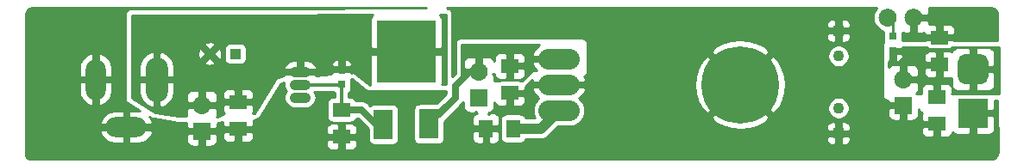
<source format=gbr>
G04 #@! TF.GenerationSoftware,KiCad,Pcbnew,5.1.10*
G04 #@! TF.CreationDate,2021-12-17T17:44:36+03:00*
G04 #@! TF.ProjectId,ripple_cancellation,72697070-6c65-45f6-9361-6e63656c6c61,rev?*
G04 #@! TF.SameCoordinates,Original*
G04 #@! TF.FileFunction,Copper,L1,Top*
G04 #@! TF.FilePolarity,Positive*
%FSLAX46Y46*%
G04 Gerber Fmt 4.6, Leading zero omitted, Abs format (unit mm)*
G04 Created by KiCad (PCBNEW 5.1.10) date 2021-12-17 17:44:36*
%MOMM*%
%LPD*%
G01*
G04 APERTURE LIST*
G04 #@! TA.AperFunction,ComponentPad*
%ADD10O,4.064000X2.032000*%
G04 #@! TD*
G04 #@! TA.AperFunction,ComponentPad*
%ADD11C,7.620000*%
G04 #@! TD*
G04 #@! TA.AperFunction,SMDPad,CuDef*
%ADD12R,1.905000X2.997200*%
G04 #@! TD*
G04 #@! TA.AperFunction,SMDPad,CuDef*
%ADD13R,5.791200X6.197600*%
G04 #@! TD*
G04 #@! TA.AperFunction,SMDPad,CuDef*
%ADD14R,0.800000X0.800000*%
G04 #@! TD*
G04 #@! TA.AperFunction,ComponentPad*
%ADD15O,2.080000X1.040000*%
G04 #@! TD*
G04 #@! TA.AperFunction,SMDPad,CuDef*
%ADD16R,1.820000X1.440000*%
G04 #@! TD*
G04 #@! TA.AperFunction,ComponentPad*
%ADD17R,3.000000X3.000000*%
G04 #@! TD*
G04 #@! TA.AperFunction,ComponentPad*
%ADD18R,1.778000X1.778000*%
G04 #@! TD*
G04 #@! TA.AperFunction,ComponentPad*
%ADD19O,4.000000X2.000000*%
G04 #@! TD*
G04 #@! TA.AperFunction,ComponentPad*
%ADD20O,2.200000X4.400000*%
G04 #@! TD*
G04 #@! TA.AperFunction,ComponentPad*
%ADD21O,2.000000X4.000000*%
G04 #@! TD*
G04 #@! TA.AperFunction,SMDPad,CuDef*
%ADD22R,1.440000X1.820000*%
G04 #@! TD*
G04 #@! TA.AperFunction,ComponentPad*
%ADD23R,1.100000X1.100000*%
G04 #@! TD*
G04 #@! TA.AperFunction,ComponentPad*
%ADD24C,1.100000*%
G04 #@! TD*
G04 #@! TA.AperFunction,ViaPad*
%ADD25C,0.800000*%
G04 #@! TD*
G04 #@! TA.AperFunction,Conductor*
%ADD26C,0.700000*%
G04 #@! TD*
G04 #@! TA.AperFunction,Conductor*
%ADD27C,0.300000*%
G04 #@! TD*
G04 #@! TA.AperFunction,Conductor*
%ADD28C,1.000000*%
G04 #@! TD*
G04 #@! TA.AperFunction,Conductor*
%ADD29C,0.250000*%
G04 #@! TD*
G04 #@! TA.AperFunction,Conductor*
%ADD30C,0.254000*%
G04 #@! TD*
G04 #@! TA.AperFunction,Conductor*
%ADD31C,0.100000*%
G04 #@! TD*
G04 APERTURE END LIST*
D10*
X108204000Y-53594000D03*
X108204000Y-56134000D03*
X108204000Y-58674000D03*
D11*
X125984000Y-56134000D03*
D12*
X95431800Y-60020000D03*
X90978800Y-60045400D03*
D13*
X93218000Y-52862000D03*
D14*
X140970000Y-52820000D03*
X140970000Y-51320000D03*
D15*
X82804000Y-57404000D03*
X82804000Y-56134000D03*
X82804000Y-54864000D03*
G04 #@! TA.AperFunction,ComponentPad*
G36*
G01*
X142113000Y-49530000D02*
X142113000Y-49530000D01*
G75*
G02*
X143002000Y-48641000I889000J0D01*
G01*
X143002000Y-48641000D01*
G75*
G02*
X143891000Y-49530000I0J-889000D01*
G01*
X143891000Y-49530000D01*
G75*
G02*
X143002000Y-50419000I-889000J0D01*
G01*
X143002000Y-50419000D01*
G75*
G02*
X142113000Y-49530000I0J889000D01*
G01*
G37*
G04 #@! TD.AperFunction*
G04 #@! TA.AperFunction,ComponentPad*
G36*
G01*
X139573000Y-49530000D02*
X139573000Y-49530000D01*
G75*
G02*
X140462000Y-48641000I889000J0D01*
G01*
X140462000Y-48641000D01*
G75*
G02*
X141351000Y-49530000I0J-889000D01*
G01*
X141351000Y-49530000D01*
G75*
G02*
X140462000Y-50419000I-889000J0D01*
G01*
X140462000Y-50419000D01*
G75*
G02*
X139573000Y-49530000I0J889000D01*
G01*
G37*
G04 #@! TD.AperFunction*
D16*
X145542000Y-51496000D03*
X145542000Y-54168000D03*
G04 #@! TA.AperFunction,ComponentPad*
G36*
G01*
X149594000Y-56110000D02*
X148094000Y-56110000D01*
G75*
G02*
X147344000Y-55360000I0J750000D01*
G01*
X147344000Y-53860000D01*
G75*
G02*
X148094000Y-53110000I750000J0D01*
G01*
X149594000Y-53110000D01*
G75*
G02*
X150344000Y-53860000I0J-750000D01*
G01*
X150344000Y-55360000D01*
G75*
G02*
X149594000Y-56110000I-750000J0D01*
G01*
G37*
G04 #@! TD.AperFunction*
D17*
X148844000Y-58928000D03*
D14*
X86868000Y-56122000D03*
X86868000Y-54622000D03*
G04 #@! TA.AperFunction,ComponentPad*
G36*
G01*
X141986000Y-56515000D02*
X141986000Y-56515000D01*
G75*
G02*
X141097000Y-55626000I0J889000D01*
G01*
X141097000Y-55626000D01*
G75*
G02*
X141986000Y-54737000I889000J0D01*
G01*
X141986000Y-54737000D01*
G75*
G02*
X142875000Y-55626000I0J-889000D01*
G01*
X142875000Y-55626000D01*
G75*
G02*
X141986000Y-56515000I-889000J0D01*
G01*
G37*
G04 #@! TD.AperFunction*
D18*
X141986000Y-58166000D03*
G04 #@! TA.AperFunction,ComponentPad*
G36*
G01*
X100330000Y-55753000D02*
X100330000Y-55753000D01*
G75*
G02*
X99441000Y-54864000I0J889000D01*
G01*
X99441000Y-54864000D01*
G75*
G02*
X100330000Y-53975000I889000J0D01*
G01*
X100330000Y-53975000D01*
G75*
G02*
X101219000Y-54864000I0J-889000D01*
G01*
X101219000Y-54864000D01*
G75*
G02*
X100330000Y-55753000I-889000J0D01*
G01*
G37*
G04 #@! TD.AperFunction*
X100330000Y-57404000D03*
G04 #@! TA.AperFunction,ComponentPad*
G36*
G01*
X73152000Y-59055000D02*
X73152000Y-59055000D01*
G75*
G02*
X72263000Y-58166000I0J889000D01*
G01*
X72263000Y-58166000D01*
G75*
G02*
X73152000Y-57277000I889000J0D01*
G01*
X73152000Y-57277000D01*
G75*
G02*
X74041000Y-58166000I0J-889000D01*
G01*
X74041000Y-58166000D01*
G75*
G02*
X73152000Y-59055000I-889000J0D01*
G01*
G37*
G04 #@! TD.AperFunction*
X73152000Y-60706000D03*
D19*
X65738000Y-60326000D03*
D20*
X68738000Y-55626000D03*
D21*
X62738000Y-55626000D03*
D16*
X145288000Y-60010000D03*
X145288000Y-57338000D03*
D22*
X101026000Y-60452000D03*
X103698000Y-60452000D03*
D23*
X135636000Y-50820000D03*
D24*
X135636000Y-53320000D03*
D23*
X135636000Y-60940000D03*
D24*
X135636000Y-58440000D03*
D16*
X103378000Y-56962000D03*
X103378000Y-54290000D03*
X86868000Y-61280000D03*
X86868000Y-58608000D03*
X76708000Y-60518000D03*
X76708000Y-57846000D03*
D23*
X76434000Y-53086000D03*
D24*
X73934000Y-53086000D03*
D25*
X113538000Y-51816000D03*
X115538000Y-51816000D03*
X117538000Y-51816000D03*
X119538000Y-51816000D03*
X113538000Y-53816000D03*
X115538000Y-53816000D03*
X117538000Y-53816000D03*
X119538000Y-53816000D03*
X113538000Y-55816000D03*
X115538000Y-55816000D03*
X117538000Y-55816000D03*
X119538000Y-55816000D03*
D26*
X90978800Y-60045400D02*
X90271400Y-60045400D01*
X88834000Y-58608000D02*
X86868000Y-58608000D01*
X90271400Y-60045400D02*
X88834000Y-58608000D01*
D27*
X86856000Y-56134000D02*
X86868000Y-56122000D01*
X82804000Y-56134000D02*
X86856000Y-56134000D01*
X86868000Y-56122000D02*
X86868000Y-58608000D01*
D26*
X99440999Y-54864000D02*
X98044000Y-56260999D01*
X100330000Y-54864000D02*
X99440999Y-54864000D01*
X98044000Y-57407800D02*
X95431800Y-60020000D01*
X98044000Y-56260999D02*
X98044000Y-57407800D01*
D28*
X106426000Y-60452000D02*
X108204000Y-58674000D01*
X103698000Y-60452000D02*
X106426000Y-60452000D01*
D26*
X147894000Y-53660000D02*
X148844000Y-54610000D01*
D29*
X140970000Y-50038000D02*
X140462000Y-49530000D01*
X140970000Y-51320000D02*
X140970000Y-50038000D01*
D30*
X97078800Y-56109023D02*
X96731859Y-56110179D01*
X96739412Y-56085282D01*
X96751672Y-55960800D01*
X96748600Y-53243750D01*
X96589850Y-53085000D01*
X93441000Y-53085000D01*
X93441000Y-53105000D01*
X92995000Y-53105000D01*
X92995000Y-53085000D01*
X89846150Y-53085000D01*
X89687400Y-53243750D01*
X89684328Y-55960800D01*
X89696588Y-56085282D01*
X89711239Y-56133581D01*
X89629434Y-56133854D01*
X88140116Y-54967222D01*
X88119107Y-54953864D01*
X88095895Y-54944862D01*
X88071373Y-54940561D01*
X88056283Y-54940320D01*
X87848600Y-54949350D01*
X87744250Y-54845000D01*
X87091000Y-54845000D01*
X87091000Y-54865000D01*
X86645000Y-54865000D01*
X86645000Y-54845000D01*
X85991750Y-54845000D01*
X85833000Y-55003750D01*
X85829928Y-55022000D01*
X85836320Y-55086898D01*
X85130762Y-55194265D01*
X84368050Y-55199418D01*
X84294971Y-55087000D01*
X83457045Y-55087000D01*
X83375821Y-55079000D01*
X82232179Y-55079000D01*
X82150955Y-55087000D01*
X81313029Y-55087000D01*
X81199569Y-55261537D01*
X81199589Y-55267754D01*
X80482165Y-55478761D01*
X80459084Y-55488093D01*
X80438267Y-55501749D01*
X80420514Y-55519203D01*
X80409731Y-55534216D01*
X78313297Y-58953400D01*
X78121532Y-58953400D01*
X78148537Y-58920494D01*
X78207502Y-58810180D01*
X78243812Y-58690482D01*
X78256072Y-58566000D01*
X78253000Y-58227750D01*
X78094250Y-58069000D01*
X76931000Y-58069000D01*
X76931000Y-58089000D01*
X76485000Y-58089000D01*
X76485000Y-58069000D01*
X75321750Y-58069000D01*
X75163000Y-58227750D01*
X75159928Y-58566000D01*
X75172188Y-58690482D01*
X75208498Y-58810180D01*
X75267463Y-58920494D01*
X75331179Y-58998132D01*
X74651263Y-59283259D01*
X74635396Y-59283047D01*
X74666812Y-59179482D01*
X74679072Y-59055000D01*
X74676000Y-58547750D01*
X74517250Y-58389000D01*
X73375000Y-58389000D01*
X73375000Y-58409000D01*
X72929000Y-58409000D01*
X72929000Y-58389000D01*
X71786750Y-58389000D01*
X71628000Y-58547750D01*
X71624928Y-59055000D01*
X71637188Y-59179482D01*
X71656556Y-59243329D01*
X70877235Y-59232938D01*
X68599469Y-58857482D01*
X66294000Y-57459485D01*
X66294000Y-55849000D01*
X67003000Y-55849000D01*
X67003000Y-56949000D01*
X67079843Y-57283197D01*
X67220408Y-57595981D01*
X67419293Y-57875332D01*
X67668855Y-58110515D01*
X67959504Y-58292492D01*
X68248583Y-58390541D01*
X68515000Y-58286396D01*
X68515000Y-55849000D01*
X68961000Y-55849000D01*
X68961000Y-58286396D01*
X69227417Y-58390541D01*
X69516496Y-58292492D01*
X69807145Y-58110515D01*
X70056707Y-57875332D01*
X70255592Y-57595981D01*
X70396157Y-57283197D01*
X70397581Y-57277000D01*
X71624928Y-57277000D01*
X71628000Y-57784250D01*
X71786750Y-57943000D01*
X72929000Y-57943000D01*
X72929000Y-56800750D01*
X73375000Y-56800750D01*
X73375000Y-57943000D01*
X74517250Y-57943000D01*
X74676000Y-57784250D01*
X74679072Y-57277000D01*
X74666812Y-57152518D01*
X74658768Y-57126000D01*
X75159928Y-57126000D01*
X75163000Y-57464250D01*
X75321750Y-57623000D01*
X76485000Y-57623000D01*
X76485000Y-56649750D01*
X76931000Y-56649750D01*
X76931000Y-57623000D01*
X78094250Y-57623000D01*
X78253000Y-57464250D01*
X78256072Y-57126000D01*
X78243812Y-57001518D01*
X78207502Y-56881820D01*
X78148537Y-56771506D01*
X78069185Y-56674815D01*
X77972494Y-56595463D01*
X77862180Y-56536498D01*
X77742482Y-56500188D01*
X77618000Y-56487928D01*
X77089750Y-56491000D01*
X76931000Y-56649750D01*
X76485000Y-56649750D01*
X76326250Y-56491000D01*
X75798000Y-56487928D01*
X75673518Y-56500188D01*
X75553820Y-56536498D01*
X75443506Y-56595463D01*
X75346815Y-56674815D01*
X75267463Y-56771506D01*
X75208498Y-56881820D01*
X75172188Y-57001518D01*
X75159928Y-57126000D01*
X74658768Y-57126000D01*
X74630502Y-57032820D01*
X74571537Y-56922506D01*
X74492185Y-56825815D01*
X74395494Y-56746463D01*
X74285180Y-56687498D01*
X74165482Y-56651188D01*
X74041000Y-56638928D01*
X73533750Y-56642000D01*
X73375000Y-56800750D01*
X72929000Y-56800750D01*
X72770250Y-56642000D01*
X72263000Y-56638928D01*
X72138518Y-56651188D01*
X72018820Y-56687498D01*
X71908506Y-56746463D01*
X71811815Y-56825815D01*
X71732463Y-56922506D01*
X71673498Y-57032820D01*
X71637188Y-57152518D01*
X71624928Y-57277000D01*
X70397581Y-57277000D01*
X70473000Y-56949000D01*
X70473000Y-55849000D01*
X68961000Y-55849000D01*
X68515000Y-55849000D01*
X67003000Y-55849000D01*
X66294000Y-55849000D01*
X66294000Y-54303000D01*
X67003000Y-54303000D01*
X67003000Y-55403000D01*
X68515000Y-55403000D01*
X68515000Y-52965604D01*
X68961000Y-52965604D01*
X68961000Y-55403000D01*
X70473000Y-55403000D01*
X70473000Y-54466463D01*
X81199569Y-54466463D01*
X81313029Y-54641000D01*
X82581000Y-54641000D01*
X82581000Y-53709000D01*
X83027000Y-53709000D01*
X83027000Y-54641000D01*
X84294971Y-54641000D01*
X84408431Y-54466463D01*
X84408240Y-54407734D01*
X84307616Y-54222000D01*
X85829928Y-54222000D01*
X85833000Y-54240250D01*
X85991750Y-54399000D01*
X86645000Y-54399000D01*
X86645000Y-53745750D01*
X87091000Y-53745750D01*
X87091000Y-54399000D01*
X87744250Y-54399000D01*
X87903000Y-54240250D01*
X87906072Y-54222000D01*
X87893812Y-54097518D01*
X87857502Y-53977820D01*
X87798537Y-53867506D01*
X87719185Y-53770815D01*
X87622494Y-53691463D01*
X87512180Y-53632498D01*
X87392482Y-53596188D01*
X87268000Y-53583928D01*
X87249750Y-53587000D01*
X87091000Y-53745750D01*
X86645000Y-53745750D01*
X86486250Y-53587000D01*
X86468000Y-53583928D01*
X86343518Y-53596188D01*
X86223820Y-53632498D01*
X86113506Y-53691463D01*
X86016815Y-53770815D01*
X85937463Y-53867506D01*
X85878498Y-53977820D01*
X85842188Y-54097518D01*
X85829928Y-54222000D01*
X84307616Y-54222000D01*
X84298393Y-54204976D01*
X84151101Y-54027544D01*
X83972024Y-53882257D01*
X83768044Y-53774698D01*
X83547000Y-53709000D01*
X83027000Y-53709000D01*
X82581000Y-53709000D01*
X82061000Y-53709000D01*
X81839956Y-53774698D01*
X81635976Y-53882257D01*
X81456899Y-54027544D01*
X81309607Y-54204976D01*
X81199760Y-54407734D01*
X81199569Y-54466463D01*
X70473000Y-54466463D01*
X70473000Y-54303000D01*
X70396157Y-53968803D01*
X70390479Y-53956167D01*
X73379203Y-53956167D01*
X73426898Y-54163356D01*
X73646824Y-54241586D01*
X73877786Y-54275407D01*
X74110908Y-54263519D01*
X74337232Y-54206381D01*
X74441102Y-54163356D01*
X74488797Y-53956167D01*
X73934000Y-53401370D01*
X73379203Y-53956167D01*
X70390479Y-53956167D01*
X70255592Y-53656019D01*
X70056707Y-53376668D01*
X69807145Y-53141485D01*
X69628743Y-53029786D01*
X72744593Y-53029786D01*
X72756481Y-53262908D01*
X72813619Y-53489232D01*
X72856644Y-53593102D01*
X73063833Y-53640797D01*
X73618630Y-53086000D01*
X74249370Y-53086000D01*
X74804167Y-53640797D01*
X75011356Y-53593102D01*
X75089586Y-53373176D01*
X75123407Y-53142214D01*
X75111519Y-52909092D01*
X75054381Y-52682768D01*
X75011356Y-52578898D01*
X74825006Y-52536000D01*
X75346412Y-52536000D01*
X75346412Y-53636000D01*
X75356742Y-53740878D01*
X75387333Y-53841726D01*
X75437012Y-53934668D01*
X75503868Y-54016132D01*
X75585332Y-54082988D01*
X75678274Y-54132667D01*
X75779122Y-54163258D01*
X75884000Y-54173588D01*
X76984000Y-54173588D01*
X77088878Y-54163258D01*
X77189726Y-54132667D01*
X77282668Y-54082988D01*
X77364132Y-54016132D01*
X77430988Y-53934668D01*
X77480667Y-53841726D01*
X77511258Y-53740878D01*
X77521588Y-53636000D01*
X77521588Y-52536000D01*
X77511258Y-52431122D01*
X77480667Y-52330274D01*
X77430988Y-52237332D01*
X77364132Y-52155868D01*
X77282668Y-52089012D01*
X77189726Y-52039333D01*
X77088878Y-52008742D01*
X76984000Y-51998412D01*
X75884000Y-51998412D01*
X75779122Y-52008742D01*
X75678274Y-52039333D01*
X75585332Y-52089012D01*
X75503868Y-52155868D01*
X75437012Y-52237332D01*
X75387333Y-52330274D01*
X75356742Y-52431122D01*
X75346412Y-52536000D01*
X74825006Y-52536000D01*
X74804167Y-52531203D01*
X74249370Y-53086000D01*
X73618630Y-53086000D01*
X73063833Y-52531203D01*
X72856644Y-52578898D01*
X72778414Y-52798824D01*
X72744593Y-53029786D01*
X69628743Y-53029786D01*
X69516496Y-52959508D01*
X69227417Y-52861459D01*
X68961000Y-52965604D01*
X68515000Y-52965604D01*
X68248583Y-52861459D01*
X67959504Y-52959508D01*
X67668855Y-53141485D01*
X67419293Y-53376668D01*
X67220408Y-53656019D01*
X67079843Y-53968803D01*
X67003000Y-54303000D01*
X66294000Y-54303000D01*
X66294000Y-52215833D01*
X73379203Y-52215833D01*
X73934000Y-52770630D01*
X74488797Y-52215833D01*
X74441102Y-52008644D01*
X74221176Y-51930414D01*
X73990214Y-51896593D01*
X73757092Y-51908481D01*
X73530768Y-51965619D01*
X73426898Y-52008644D01*
X73379203Y-52215833D01*
X66294000Y-52215833D01*
X66294000Y-49276000D01*
X79019577Y-49276000D01*
X89933673Y-49260757D01*
X89871215Y-49312015D01*
X89791863Y-49408706D01*
X89732898Y-49519020D01*
X89696588Y-49638718D01*
X89684328Y-49763200D01*
X89687400Y-52480250D01*
X89846150Y-52639000D01*
X92995000Y-52639000D01*
X92995000Y-52619000D01*
X93441000Y-52619000D01*
X93441000Y-52639000D01*
X96589850Y-52639000D01*
X96748600Y-52480250D01*
X96751672Y-49763200D01*
X96739412Y-49638718D01*
X96703102Y-49519020D01*
X96644137Y-49408706D01*
X96564785Y-49312015D01*
X96491167Y-49251599D01*
X97078800Y-49250778D01*
X97078800Y-56109023D01*
G04 #@! TA.AperFunction,Conductor*
D31*
G36*
X97078800Y-56109023D02*
G01*
X96731859Y-56110179D01*
X96739412Y-56085282D01*
X96751672Y-55960800D01*
X96748600Y-53243750D01*
X96589850Y-53085000D01*
X93441000Y-53085000D01*
X93441000Y-53105000D01*
X92995000Y-53105000D01*
X92995000Y-53085000D01*
X89846150Y-53085000D01*
X89687400Y-53243750D01*
X89684328Y-55960800D01*
X89696588Y-56085282D01*
X89711239Y-56133581D01*
X89629434Y-56133854D01*
X88140116Y-54967222D01*
X88119107Y-54953864D01*
X88095895Y-54944862D01*
X88071373Y-54940561D01*
X88056283Y-54940320D01*
X87848600Y-54949350D01*
X87744250Y-54845000D01*
X87091000Y-54845000D01*
X87091000Y-54865000D01*
X86645000Y-54865000D01*
X86645000Y-54845000D01*
X85991750Y-54845000D01*
X85833000Y-55003750D01*
X85829928Y-55022000D01*
X85836320Y-55086898D01*
X85130762Y-55194265D01*
X84368050Y-55199418D01*
X84294971Y-55087000D01*
X83457045Y-55087000D01*
X83375821Y-55079000D01*
X82232179Y-55079000D01*
X82150955Y-55087000D01*
X81313029Y-55087000D01*
X81199569Y-55261537D01*
X81199589Y-55267754D01*
X80482165Y-55478761D01*
X80459084Y-55488093D01*
X80438267Y-55501749D01*
X80420514Y-55519203D01*
X80409731Y-55534216D01*
X78313297Y-58953400D01*
X78121532Y-58953400D01*
X78148537Y-58920494D01*
X78207502Y-58810180D01*
X78243812Y-58690482D01*
X78256072Y-58566000D01*
X78253000Y-58227750D01*
X78094250Y-58069000D01*
X76931000Y-58069000D01*
X76931000Y-58089000D01*
X76485000Y-58089000D01*
X76485000Y-58069000D01*
X75321750Y-58069000D01*
X75163000Y-58227750D01*
X75159928Y-58566000D01*
X75172188Y-58690482D01*
X75208498Y-58810180D01*
X75267463Y-58920494D01*
X75331179Y-58998132D01*
X74651263Y-59283259D01*
X74635396Y-59283047D01*
X74666812Y-59179482D01*
X74679072Y-59055000D01*
X74676000Y-58547750D01*
X74517250Y-58389000D01*
X73375000Y-58389000D01*
X73375000Y-58409000D01*
X72929000Y-58409000D01*
X72929000Y-58389000D01*
X71786750Y-58389000D01*
X71628000Y-58547750D01*
X71624928Y-59055000D01*
X71637188Y-59179482D01*
X71656556Y-59243329D01*
X70877235Y-59232938D01*
X68599469Y-58857482D01*
X66294000Y-57459485D01*
X66294000Y-55849000D01*
X67003000Y-55849000D01*
X67003000Y-56949000D01*
X67079843Y-57283197D01*
X67220408Y-57595981D01*
X67419293Y-57875332D01*
X67668855Y-58110515D01*
X67959504Y-58292492D01*
X68248583Y-58390541D01*
X68515000Y-58286396D01*
X68515000Y-55849000D01*
X68961000Y-55849000D01*
X68961000Y-58286396D01*
X69227417Y-58390541D01*
X69516496Y-58292492D01*
X69807145Y-58110515D01*
X70056707Y-57875332D01*
X70255592Y-57595981D01*
X70396157Y-57283197D01*
X70397581Y-57277000D01*
X71624928Y-57277000D01*
X71628000Y-57784250D01*
X71786750Y-57943000D01*
X72929000Y-57943000D01*
X72929000Y-56800750D01*
X73375000Y-56800750D01*
X73375000Y-57943000D01*
X74517250Y-57943000D01*
X74676000Y-57784250D01*
X74679072Y-57277000D01*
X74666812Y-57152518D01*
X74658768Y-57126000D01*
X75159928Y-57126000D01*
X75163000Y-57464250D01*
X75321750Y-57623000D01*
X76485000Y-57623000D01*
X76485000Y-56649750D01*
X76931000Y-56649750D01*
X76931000Y-57623000D01*
X78094250Y-57623000D01*
X78253000Y-57464250D01*
X78256072Y-57126000D01*
X78243812Y-57001518D01*
X78207502Y-56881820D01*
X78148537Y-56771506D01*
X78069185Y-56674815D01*
X77972494Y-56595463D01*
X77862180Y-56536498D01*
X77742482Y-56500188D01*
X77618000Y-56487928D01*
X77089750Y-56491000D01*
X76931000Y-56649750D01*
X76485000Y-56649750D01*
X76326250Y-56491000D01*
X75798000Y-56487928D01*
X75673518Y-56500188D01*
X75553820Y-56536498D01*
X75443506Y-56595463D01*
X75346815Y-56674815D01*
X75267463Y-56771506D01*
X75208498Y-56881820D01*
X75172188Y-57001518D01*
X75159928Y-57126000D01*
X74658768Y-57126000D01*
X74630502Y-57032820D01*
X74571537Y-56922506D01*
X74492185Y-56825815D01*
X74395494Y-56746463D01*
X74285180Y-56687498D01*
X74165482Y-56651188D01*
X74041000Y-56638928D01*
X73533750Y-56642000D01*
X73375000Y-56800750D01*
X72929000Y-56800750D01*
X72770250Y-56642000D01*
X72263000Y-56638928D01*
X72138518Y-56651188D01*
X72018820Y-56687498D01*
X71908506Y-56746463D01*
X71811815Y-56825815D01*
X71732463Y-56922506D01*
X71673498Y-57032820D01*
X71637188Y-57152518D01*
X71624928Y-57277000D01*
X70397581Y-57277000D01*
X70473000Y-56949000D01*
X70473000Y-55849000D01*
X68961000Y-55849000D01*
X68515000Y-55849000D01*
X67003000Y-55849000D01*
X66294000Y-55849000D01*
X66294000Y-54303000D01*
X67003000Y-54303000D01*
X67003000Y-55403000D01*
X68515000Y-55403000D01*
X68515000Y-52965604D01*
X68961000Y-52965604D01*
X68961000Y-55403000D01*
X70473000Y-55403000D01*
X70473000Y-54466463D01*
X81199569Y-54466463D01*
X81313029Y-54641000D01*
X82581000Y-54641000D01*
X82581000Y-53709000D01*
X83027000Y-53709000D01*
X83027000Y-54641000D01*
X84294971Y-54641000D01*
X84408431Y-54466463D01*
X84408240Y-54407734D01*
X84307616Y-54222000D01*
X85829928Y-54222000D01*
X85833000Y-54240250D01*
X85991750Y-54399000D01*
X86645000Y-54399000D01*
X86645000Y-53745750D01*
X87091000Y-53745750D01*
X87091000Y-54399000D01*
X87744250Y-54399000D01*
X87903000Y-54240250D01*
X87906072Y-54222000D01*
X87893812Y-54097518D01*
X87857502Y-53977820D01*
X87798537Y-53867506D01*
X87719185Y-53770815D01*
X87622494Y-53691463D01*
X87512180Y-53632498D01*
X87392482Y-53596188D01*
X87268000Y-53583928D01*
X87249750Y-53587000D01*
X87091000Y-53745750D01*
X86645000Y-53745750D01*
X86486250Y-53587000D01*
X86468000Y-53583928D01*
X86343518Y-53596188D01*
X86223820Y-53632498D01*
X86113506Y-53691463D01*
X86016815Y-53770815D01*
X85937463Y-53867506D01*
X85878498Y-53977820D01*
X85842188Y-54097518D01*
X85829928Y-54222000D01*
X84307616Y-54222000D01*
X84298393Y-54204976D01*
X84151101Y-54027544D01*
X83972024Y-53882257D01*
X83768044Y-53774698D01*
X83547000Y-53709000D01*
X83027000Y-53709000D01*
X82581000Y-53709000D01*
X82061000Y-53709000D01*
X81839956Y-53774698D01*
X81635976Y-53882257D01*
X81456899Y-54027544D01*
X81309607Y-54204976D01*
X81199760Y-54407734D01*
X81199569Y-54466463D01*
X70473000Y-54466463D01*
X70473000Y-54303000D01*
X70396157Y-53968803D01*
X70390479Y-53956167D01*
X73379203Y-53956167D01*
X73426898Y-54163356D01*
X73646824Y-54241586D01*
X73877786Y-54275407D01*
X74110908Y-54263519D01*
X74337232Y-54206381D01*
X74441102Y-54163356D01*
X74488797Y-53956167D01*
X73934000Y-53401370D01*
X73379203Y-53956167D01*
X70390479Y-53956167D01*
X70255592Y-53656019D01*
X70056707Y-53376668D01*
X69807145Y-53141485D01*
X69628743Y-53029786D01*
X72744593Y-53029786D01*
X72756481Y-53262908D01*
X72813619Y-53489232D01*
X72856644Y-53593102D01*
X73063833Y-53640797D01*
X73618630Y-53086000D01*
X74249370Y-53086000D01*
X74804167Y-53640797D01*
X75011356Y-53593102D01*
X75089586Y-53373176D01*
X75123407Y-53142214D01*
X75111519Y-52909092D01*
X75054381Y-52682768D01*
X75011356Y-52578898D01*
X74825006Y-52536000D01*
X75346412Y-52536000D01*
X75346412Y-53636000D01*
X75356742Y-53740878D01*
X75387333Y-53841726D01*
X75437012Y-53934668D01*
X75503868Y-54016132D01*
X75585332Y-54082988D01*
X75678274Y-54132667D01*
X75779122Y-54163258D01*
X75884000Y-54173588D01*
X76984000Y-54173588D01*
X77088878Y-54163258D01*
X77189726Y-54132667D01*
X77282668Y-54082988D01*
X77364132Y-54016132D01*
X77430988Y-53934668D01*
X77480667Y-53841726D01*
X77511258Y-53740878D01*
X77521588Y-53636000D01*
X77521588Y-52536000D01*
X77511258Y-52431122D01*
X77480667Y-52330274D01*
X77430988Y-52237332D01*
X77364132Y-52155868D01*
X77282668Y-52089012D01*
X77189726Y-52039333D01*
X77088878Y-52008742D01*
X76984000Y-51998412D01*
X75884000Y-51998412D01*
X75779122Y-52008742D01*
X75678274Y-52039333D01*
X75585332Y-52089012D01*
X75503868Y-52155868D01*
X75437012Y-52237332D01*
X75387333Y-52330274D01*
X75356742Y-52431122D01*
X75346412Y-52536000D01*
X74825006Y-52536000D01*
X74804167Y-52531203D01*
X74249370Y-53086000D01*
X73618630Y-53086000D01*
X73063833Y-52531203D01*
X72856644Y-52578898D01*
X72778414Y-52798824D01*
X72744593Y-53029786D01*
X69628743Y-53029786D01*
X69516496Y-52959508D01*
X69227417Y-52861459D01*
X68961000Y-52965604D01*
X68515000Y-52965604D01*
X68248583Y-52861459D01*
X67959504Y-52959508D01*
X67668855Y-53141485D01*
X67419293Y-53376668D01*
X67220408Y-53656019D01*
X67079843Y-53968803D01*
X67003000Y-54303000D01*
X66294000Y-54303000D01*
X66294000Y-52215833D01*
X73379203Y-52215833D01*
X73934000Y-52770630D01*
X74488797Y-52215833D01*
X74441102Y-52008644D01*
X74221176Y-51930414D01*
X73990214Y-51896593D01*
X73757092Y-51908481D01*
X73530768Y-51965619D01*
X73426898Y-52008644D01*
X73379203Y-52215833D01*
X66294000Y-52215833D01*
X66294000Y-49276000D01*
X79019577Y-49276000D01*
X89933673Y-49260757D01*
X89871215Y-49312015D01*
X89791863Y-49408706D01*
X89732898Y-49519020D01*
X89696588Y-49638718D01*
X89684328Y-49763200D01*
X89687400Y-52480250D01*
X89846150Y-52639000D01*
X92995000Y-52639000D01*
X92995000Y-52619000D01*
X93441000Y-52619000D01*
X93441000Y-52639000D01*
X96589850Y-52639000D01*
X96748600Y-52480250D01*
X96751672Y-49763200D01*
X96739412Y-49638718D01*
X96703102Y-49519020D01*
X96644137Y-49408706D01*
X96564785Y-49312015D01*
X96491167Y-49251599D01*
X97078800Y-49250778D01*
X97078800Y-56109023D01*
G37*
G04 #@! TD.AperFunction*
D30*
X79019369Y-48614000D02*
X66167000Y-48614000D01*
X66062627Y-48624280D01*
X65962264Y-48654724D01*
X65869770Y-48704164D01*
X65788698Y-48770698D01*
X65722164Y-48851770D01*
X65672724Y-48944264D01*
X65642280Y-49044627D01*
X65632000Y-49149000D01*
X65632000Y-57531000D01*
X65647372Y-57658326D01*
X65682197Y-57757254D01*
X65735652Y-57847487D01*
X65805684Y-57925557D01*
X65889601Y-57988465D01*
X67104515Y-58725168D01*
X66961000Y-58691000D01*
X65961000Y-58691000D01*
X65961000Y-60103000D01*
X68197310Y-60103000D01*
X68302895Y-59852365D01*
X68221346Y-59603060D01*
X68051805Y-59327565D01*
X67992448Y-59263595D01*
X68277201Y-59436265D01*
X68366276Y-59479558D01*
X68467587Y-59506677D01*
X70778987Y-59887677D01*
X70858867Y-59894752D01*
X71625461Y-59904973D01*
X71628000Y-60324250D01*
X71786750Y-60483000D01*
X72929000Y-60483000D01*
X72929000Y-60463000D01*
X73375000Y-60463000D01*
X73375000Y-60483000D01*
X74517250Y-60483000D01*
X74676000Y-60324250D01*
X74678299Y-59944666D01*
X74782671Y-59934858D01*
X74882899Y-59903974D01*
X75160976Y-59787361D01*
X75159928Y-59798000D01*
X75163000Y-60136250D01*
X75321750Y-60295000D01*
X76485000Y-60295000D01*
X76485000Y-60275000D01*
X76931000Y-60275000D01*
X76931000Y-60295000D01*
X78094250Y-60295000D01*
X78253000Y-60136250D01*
X78256072Y-59798000D01*
X78243812Y-59673518D01*
X78226182Y-59615400D01*
X78384400Y-59615400D01*
X78509165Y-59600649D01*
X78608264Y-59566312D01*
X78698759Y-59513301D01*
X78777173Y-59443655D01*
X78840494Y-59360049D01*
X80866477Y-56055768D01*
X81242494Y-55945175D01*
X81223896Y-56134000D01*
X81244266Y-56340816D01*
X81304592Y-56539684D01*
X81402556Y-56722962D01*
X81440338Y-56769000D01*
X81402556Y-56815038D01*
X81304592Y-56998316D01*
X81244266Y-57197184D01*
X81223896Y-57404000D01*
X81244266Y-57610816D01*
X81304592Y-57809684D01*
X81402556Y-57992962D01*
X81534393Y-58153607D01*
X81695038Y-58285444D01*
X81878316Y-58383408D01*
X82077184Y-58443734D01*
X82232179Y-58459000D01*
X83375821Y-58459000D01*
X83530816Y-58443734D01*
X83729684Y-58383408D01*
X83912962Y-58285444D01*
X84073607Y-58153607D01*
X84205444Y-57992962D01*
X84303408Y-57809684D01*
X84363734Y-57610816D01*
X84384104Y-57404000D01*
X84363734Y-57197184D01*
X84303408Y-56998316D01*
X84207562Y-56819000D01*
X86020120Y-56819000D01*
X86021012Y-56820668D01*
X86087868Y-56902132D01*
X86169332Y-56968988D01*
X86183000Y-56976294D01*
X86183000Y-57350412D01*
X85958000Y-57350412D01*
X85853122Y-57360742D01*
X85752274Y-57391333D01*
X85659332Y-57441012D01*
X85577868Y-57507868D01*
X85511012Y-57589332D01*
X85461333Y-57682274D01*
X85430742Y-57783122D01*
X85420412Y-57888000D01*
X85420412Y-59328000D01*
X85430742Y-59432878D01*
X85461333Y-59533726D01*
X85511012Y-59626668D01*
X85577868Y-59708132D01*
X85659332Y-59774988D01*
X85752274Y-59824667D01*
X85853122Y-59855258D01*
X85958000Y-59865588D01*
X87778000Y-59865588D01*
X87882878Y-59855258D01*
X87983726Y-59824667D01*
X88076668Y-59774988D01*
X88158132Y-59708132D01*
X88224988Y-59626668D01*
X88274667Y-59533726D01*
X88287021Y-59493000D01*
X88467422Y-59493000D01*
X89488712Y-60514291D01*
X89488712Y-61544000D01*
X89499042Y-61648878D01*
X89529633Y-61749726D01*
X89579312Y-61842668D01*
X89646168Y-61924132D01*
X89727632Y-61990988D01*
X89820574Y-62040667D01*
X89921422Y-62071258D01*
X90026300Y-62081588D01*
X91931300Y-62081588D01*
X92036178Y-62071258D01*
X92137026Y-62040667D01*
X92229968Y-61990988D01*
X92311432Y-61924132D01*
X92378288Y-61842668D01*
X92427967Y-61749726D01*
X92458558Y-61648878D01*
X92468888Y-61544000D01*
X92468888Y-58546800D01*
X92458558Y-58441922D01*
X92427967Y-58341074D01*
X92378288Y-58248132D01*
X92311432Y-58166668D01*
X92229968Y-58099812D01*
X92137026Y-58050133D01*
X92036178Y-58019542D01*
X91931300Y-58009212D01*
X90026300Y-58009212D01*
X89921422Y-58019542D01*
X89820574Y-58050133D01*
X89727632Y-58099812D01*
X89646168Y-58166668D01*
X89645302Y-58167724D01*
X89490534Y-58012956D01*
X89462817Y-57979183D01*
X89328059Y-57868589D01*
X89174313Y-57786411D01*
X89007490Y-57735805D01*
X88877477Y-57723000D01*
X88877469Y-57723000D01*
X88834000Y-57718719D01*
X88790531Y-57723000D01*
X88287021Y-57723000D01*
X88274667Y-57682274D01*
X88224988Y-57589332D01*
X88158132Y-57507868D01*
X88076668Y-57441012D01*
X87983726Y-57391333D01*
X87882878Y-57360742D01*
X87778000Y-57350412D01*
X87553000Y-57350412D01*
X87553000Y-56976294D01*
X87566668Y-56968988D01*
X87648132Y-56902132D01*
X87714988Y-56820668D01*
X87764667Y-56727726D01*
X87795258Y-56626878D01*
X87805588Y-56522000D01*
X87805588Y-55722000D01*
X87795258Y-55617122D01*
X87794411Y-55614331D01*
X87887523Y-55610283D01*
X89255886Y-56682167D01*
X89382713Y-56755955D01*
X89483176Y-56786065D01*
X89587583Y-56795997D01*
X97159000Y-56770759D01*
X97159001Y-57041220D01*
X96216409Y-57983812D01*
X94479300Y-57983812D01*
X94374422Y-57994142D01*
X94273574Y-58024733D01*
X94180632Y-58074412D01*
X94099168Y-58141268D01*
X94032312Y-58222732D01*
X93982633Y-58315674D01*
X93952042Y-58416522D01*
X93941712Y-58521400D01*
X93941712Y-61518600D01*
X93952042Y-61623478D01*
X93982633Y-61724326D01*
X94032312Y-61817268D01*
X94099168Y-61898732D01*
X94180632Y-61965588D01*
X94273574Y-62015267D01*
X94374422Y-62045858D01*
X94479300Y-62056188D01*
X96384300Y-62056188D01*
X96489178Y-62045858D01*
X96590026Y-62015267D01*
X96682968Y-61965588D01*
X96764432Y-61898732D01*
X96831288Y-61817268D01*
X96880967Y-61724326D01*
X96911558Y-61623478D01*
X96921888Y-61518600D01*
X96921888Y-61362000D01*
X99667928Y-61362000D01*
X99680188Y-61486482D01*
X99716498Y-61606180D01*
X99775463Y-61716494D01*
X99854815Y-61813185D01*
X99951506Y-61892537D01*
X100061820Y-61951502D01*
X100181518Y-61987812D01*
X100306000Y-62000072D01*
X100644250Y-61997000D01*
X100803000Y-61838250D01*
X100803000Y-60675000D01*
X101249000Y-60675000D01*
X101249000Y-61838250D01*
X101407750Y-61997000D01*
X101746000Y-62000072D01*
X101870482Y-61987812D01*
X101990180Y-61951502D01*
X102100494Y-61892537D01*
X102197185Y-61813185D01*
X102276537Y-61716494D01*
X102335502Y-61606180D01*
X102371812Y-61486482D01*
X102384072Y-61362000D01*
X102381000Y-60833750D01*
X102222250Y-60675000D01*
X101249000Y-60675000D01*
X100803000Y-60675000D01*
X99829750Y-60675000D01*
X99671000Y-60833750D01*
X99667928Y-61362000D01*
X96921888Y-61362000D01*
X96921888Y-59781490D01*
X98639049Y-58064330D01*
X98672817Y-58036617D01*
X98716154Y-57983812D01*
X98783411Y-57901859D01*
X98805548Y-57860444D01*
X98802928Y-58293000D01*
X98815188Y-58417482D01*
X98851498Y-58537180D01*
X98910463Y-58647494D01*
X98989815Y-58744185D01*
X99086506Y-58823537D01*
X99196820Y-58882502D01*
X99316518Y-58918812D01*
X99441000Y-58931072D01*
X99948250Y-58928000D01*
X100106998Y-58769252D01*
X100106998Y-58928000D01*
X100142579Y-58928000D01*
X100061820Y-58952498D01*
X99951506Y-59011463D01*
X99854815Y-59090815D01*
X99775463Y-59187506D01*
X99716498Y-59297820D01*
X99680188Y-59417518D01*
X99667928Y-59542000D01*
X99671000Y-60070250D01*
X99829750Y-60229000D01*
X100803000Y-60229000D01*
X100803000Y-60209000D01*
X101249000Y-60209000D01*
X101249000Y-60229000D01*
X102222250Y-60229000D01*
X102381000Y-60070250D01*
X102384072Y-59542000D01*
X102440412Y-59542000D01*
X102440412Y-61362000D01*
X102450742Y-61466878D01*
X102481333Y-61567726D01*
X102531012Y-61660668D01*
X102597868Y-61742132D01*
X102679332Y-61808988D01*
X102772274Y-61858667D01*
X102873122Y-61889258D01*
X102978000Y-61899588D01*
X104418000Y-61899588D01*
X104522878Y-61889258D01*
X104623726Y-61858667D01*
X104716668Y-61808988D01*
X104798132Y-61742132D01*
X104864988Y-61660668D01*
X104914667Y-61567726D01*
X104939154Y-61487000D01*
X106375172Y-61487000D01*
X106426000Y-61492006D01*
X106446367Y-61490000D01*
X134447928Y-61490000D01*
X134460188Y-61614482D01*
X134496498Y-61734180D01*
X134555463Y-61844494D01*
X134634815Y-61941185D01*
X134731506Y-62020537D01*
X134841820Y-62079502D01*
X134961518Y-62115812D01*
X135086000Y-62128072D01*
X135254250Y-62125000D01*
X135413000Y-61966250D01*
X135413000Y-61163000D01*
X135859000Y-61163000D01*
X135859000Y-61966250D01*
X136017750Y-62125000D01*
X136186000Y-62128072D01*
X136310482Y-62115812D01*
X136430180Y-62079502D01*
X136540494Y-62020537D01*
X136637185Y-61941185D01*
X136716537Y-61844494D01*
X136775502Y-61734180D01*
X136811812Y-61614482D01*
X136824072Y-61490000D01*
X136821000Y-61321750D01*
X136662250Y-61163000D01*
X135859000Y-61163000D01*
X135413000Y-61163000D01*
X134609750Y-61163000D01*
X134451000Y-61321750D01*
X134447928Y-61490000D01*
X106446367Y-61490000D01*
X106476828Y-61487000D01*
X106476838Y-61487000D01*
X106628895Y-61472024D01*
X106823993Y-61412841D01*
X107003797Y-61316734D01*
X107161396Y-61187396D01*
X107193807Y-61147903D01*
X107611710Y-60730000D01*
X143739928Y-60730000D01*
X143752188Y-60854482D01*
X143788498Y-60974180D01*
X143847463Y-61084494D01*
X143926815Y-61181185D01*
X144023506Y-61260537D01*
X144133820Y-61319502D01*
X144253518Y-61355812D01*
X144378000Y-61368072D01*
X144906250Y-61365000D01*
X145065000Y-61206250D01*
X145065000Y-60233000D01*
X143901750Y-60233000D01*
X143743000Y-60391750D01*
X143739928Y-60730000D01*
X107611710Y-60730000D01*
X108116711Y-60225000D01*
X109296190Y-60225000D01*
X109524049Y-60202558D01*
X109816414Y-60113870D01*
X110085858Y-59969849D01*
X110322029Y-59776029D01*
X110515849Y-59539858D01*
X110626072Y-59333645D01*
X123099725Y-59333645D01*
X123542338Y-59874050D01*
X124318901Y-60278531D01*
X125159453Y-60523740D01*
X126031692Y-60600254D01*
X126902099Y-60505132D01*
X127267543Y-60390000D01*
X134447928Y-60390000D01*
X134451000Y-60558250D01*
X134609750Y-60717000D01*
X135413000Y-60717000D01*
X135413000Y-59913750D01*
X135859000Y-59913750D01*
X135859000Y-60717000D01*
X136662250Y-60717000D01*
X136821000Y-60558250D01*
X136824072Y-60390000D01*
X136811812Y-60265518D01*
X136775502Y-60145820D01*
X136716537Y-60035506D01*
X136637185Y-59938815D01*
X136540494Y-59859463D01*
X136430180Y-59800498D01*
X136310482Y-59764188D01*
X136186000Y-59751928D01*
X136017750Y-59755000D01*
X135859000Y-59913750D01*
X135413000Y-59913750D01*
X135254250Y-59755000D01*
X135086000Y-59751928D01*
X134961518Y-59764188D01*
X134841820Y-59800498D01*
X134731506Y-59859463D01*
X134634815Y-59938815D01*
X134555463Y-60035506D01*
X134496498Y-60145820D01*
X134460188Y-60265518D01*
X134447928Y-60390000D01*
X127267543Y-60390000D01*
X127737224Y-60242029D01*
X128425662Y-59874050D01*
X128868275Y-59333645D01*
X125984000Y-56449370D01*
X123099725Y-59333645D01*
X110626072Y-59333645D01*
X110659870Y-59270414D01*
X110748558Y-58978049D01*
X110778504Y-58674000D01*
X110748558Y-58369951D01*
X110659870Y-58077586D01*
X110515849Y-57808142D01*
X110322029Y-57571971D01*
X110199717Y-57471592D01*
X110322664Y-57382864D01*
X110545118Y-57143748D01*
X110716648Y-56865828D01*
X110800845Y-56610161D01*
X110695493Y-56357000D01*
X108427000Y-56357000D01*
X108427000Y-56377000D01*
X107981000Y-56377000D01*
X107981000Y-56357000D01*
X105712507Y-56357000D01*
X105607155Y-56610161D01*
X105691352Y-56865828D01*
X105862882Y-57143748D01*
X106085336Y-57382864D01*
X106208283Y-57471592D01*
X106085971Y-57571971D01*
X105892151Y-57808142D01*
X105748130Y-58077586D01*
X105659442Y-58369951D01*
X105629496Y-58674000D01*
X105659442Y-58978049D01*
X105748130Y-59270414D01*
X105826482Y-59417000D01*
X104939154Y-59417000D01*
X104914667Y-59336274D01*
X104864988Y-59243332D01*
X104798132Y-59161868D01*
X104716668Y-59095012D01*
X104623726Y-59045333D01*
X104522878Y-59014742D01*
X104418000Y-59004412D01*
X102978000Y-59004412D01*
X102873122Y-59014742D01*
X102772274Y-59045333D01*
X102679332Y-59095012D01*
X102597868Y-59161868D01*
X102531012Y-59243332D01*
X102481333Y-59336274D01*
X102450742Y-59437122D01*
X102440412Y-59542000D01*
X102384072Y-59542000D01*
X102371812Y-59417518D01*
X102335502Y-59297820D01*
X102276537Y-59187506D01*
X102197185Y-59090815D01*
X102100494Y-59011463D01*
X101990180Y-58952498D01*
X101870482Y-58916188D01*
X101746000Y-58903928D01*
X101407750Y-58907000D01*
X101249002Y-59065748D01*
X101249002Y-58928117D01*
X101343482Y-58918812D01*
X101463180Y-58882502D01*
X101573494Y-58823537D01*
X101670185Y-58744185D01*
X101749537Y-58647494D01*
X101808502Y-58537180D01*
X101844812Y-58417482D01*
X101857072Y-58293000D01*
X101854369Y-57846637D01*
X101878498Y-57926180D01*
X101937463Y-58036494D01*
X102016815Y-58133185D01*
X102113506Y-58212537D01*
X102223820Y-58271502D01*
X102343518Y-58307812D01*
X102468000Y-58320072D01*
X102996250Y-58317000D01*
X103155000Y-58158250D01*
X103155000Y-57185000D01*
X103601000Y-57185000D01*
X103601000Y-58158250D01*
X103759750Y-58317000D01*
X104288000Y-58320072D01*
X104412482Y-58307812D01*
X104532180Y-58271502D01*
X104642494Y-58212537D01*
X104739185Y-58133185D01*
X104818537Y-58036494D01*
X104877502Y-57926180D01*
X104913812Y-57806482D01*
X104926072Y-57682000D01*
X104923000Y-57343750D01*
X104764250Y-57185000D01*
X103601000Y-57185000D01*
X103155000Y-57185000D01*
X103135000Y-57185000D01*
X103135000Y-56739000D01*
X103155000Y-56739000D01*
X103155000Y-56719000D01*
X103601000Y-56719000D01*
X103601000Y-56739000D01*
X104764250Y-56739000D01*
X104923000Y-56580250D01*
X104925223Y-56335530D01*
X104945230Y-56324836D01*
X105026302Y-56258302D01*
X105102912Y-56181692D01*
X121517746Y-56181692D01*
X121612868Y-57052099D01*
X121875971Y-57887224D01*
X122243950Y-58575662D01*
X122784355Y-59018275D01*
X125668630Y-56134000D01*
X126299370Y-56134000D01*
X129183645Y-59018275D01*
X129724050Y-58575662D01*
X129850371Y-58333137D01*
X134551000Y-58333137D01*
X134551000Y-58546863D01*
X134592696Y-58756483D01*
X134674485Y-58953940D01*
X134793225Y-59131647D01*
X134944353Y-59282775D01*
X135122060Y-59401515D01*
X135319517Y-59483304D01*
X135529137Y-59525000D01*
X135742863Y-59525000D01*
X135952483Y-59483304D01*
X136149940Y-59401515D01*
X136327647Y-59282775D01*
X136478775Y-59131647D01*
X136529988Y-59055000D01*
X140458928Y-59055000D01*
X140471188Y-59179482D01*
X140507498Y-59299180D01*
X140566463Y-59409494D01*
X140645815Y-59506185D01*
X140742506Y-59585537D01*
X140852820Y-59644502D01*
X140972518Y-59680812D01*
X141097000Y-59693072D01*
X141604250Y-59690000D01*
X141763000Y-59531250D01*
X141763000Y-58389000D01*
X140620750Y-58389000D01*
X140462000Y-58547750D01*
X140458928Y-59055000D01*
X136529988Y-59055000D01*
X136597515Y-58953940D01*
X136679304Y-58756483D01*
X136721000Y-58546863D01*
X136721000Y-58333137D01*
X136679304Y-58123517D01*
X136597515Y-57926060D01*
X136478775Y-57748353D01*
X136327647Y-57597225D01*
X136149940Y-57478485D01*
X135952483Y-57396696D01*
X135742863Y-57355000D01*
X135529137Y-57355000D01*
X135319517Y-57396696D01*
X135122060Y-57478485D01*
X134944353Y-57597225D01*
X134793225Y-57748353D01*
X134674485Y-57926060D01*
X134592696Y-58123517D01*
X134551000Y-58333137D01*
X129850371Y-58333137D01*
X130128531Y-57799099D01*
X130373740Y-56958547D01*
X130450254Y-56086308D01*
X130355132Y-55215901D01*
X130092029Y-54380776D01*
X129724050Y-53692338D01*
X129183645Y-53249725D01*
X126299370Y-56134000D01*
X125668630Y-56134000D01*
X122784355Y-53249725D01*
X122243950Y-53692338D01*
X121839469Y-54468901D01*
X121594260Y-55309453D01*
X121517746Y-56181692D01*
X105102912Y-56181692D01*
X105612918Y-55671686D01*
X105712507Y-55911000D01*
X107981000Y-55911000D01*
X107981000Y-55891000D01*
X108427000Y-55891000D01*
X108427000Y-55911000D01*
X110695493Y-55911000D01*
X110800845Y-55657839D01*
X110716648Y-55402172D01*
X110690373Y-55359600D01*
X110694736Y-55358276D01*
X110787230Y-55308836D01*
X110868302Y-55242302D01*
X110934836Y-55161230D01*
X110984276Y-55068736D01*
X111014720Y-54968373D01*
X111025000Y-54864000D01*
X111025000Y-52934355D01*
X123099725Y-52934355D01*
X125984000Y-55818630D01*
X128589493Y-53213137D01*
X134551000Y-53213137D01*
X134551000Y-53426863D01*
X134592696Y-53636483D01*
X134674485Y-53833940D01*
X134793225Y-54011647D01*
X134944353Y-54162775D01*
X135122060Y-54281515D01*
X135319517Y-54363304D01*
X135529137Y-54405000D01*
X135742863Y-54405000D01*
X135952483Y-54363304D01*
X136149940Y-54281515D01*
X136327647Y-54162775D01*
X136478775Y-54011647D01*
X136597515Y-53833940D01*
X136679304Y-53636483D01*
X136721000Y-53426863D01*
X136721000Y-53213137D01*
X136679304Y-53003517D01*
X136597515Y-52806060D01*
X136478775Y-52628353D01*
X136327647Y-52477225D01*
X136149940Y-52358485D01*
X135952483Y-52276696D01*
X135742863Y-52235000D01*
X135529137Y-52235000D01*
X135319517Y-52276696D01*
X135122060Y-52358485D01*
X134944353Y-52477225D01*
X134793225Y-52628353D01*
X134674485Y-52806060D01*
X134592696Y-53003517D01*
X134551000Y-53213137D01*
X128589493Y-53213137D01*
X128868275Y-52934355D01*
X128425662Y-52393950D01*
X127649099Y-51989469D01*
X126808547Y-51744260D01*
X125936308Y-51667746D01*
X125065901Y-51762868D01*
X124230776Y-52025971D01*
X123542338Y-52393950D01*
X123099725Y-52934355D01*
X111025000Y-52934355D01*
X111025000Y-52070000D01*
X111014720Y-51965627D01*
X110984276Y-51865264D01*
X110934836Y-51772770D01*
X110868302Y-51691698D01*
X110787230Y-51625164D01*
X110694736Y-51575724D01*
X110594373Y-51545280D01*
X110490000Y-51535000D01*
X98552000Y-51535000D01*
X98447627Y-51545280D01*
X98347264Y-51575724D01*
X98254770Y-51625164D01*
X98173698Y-51691698D01*
X98107164Y-51772770D01*
X98057724Y-51865264D01*
X98027280Y-51965627D01*
X98017000Y-52070000D01*
X98017000Y-55036421D01*
X97740800Y-55312621D01*
X97740800Y-51370000D01*
X134447928Y-51370000D01*
X134460188Y-51494482D01*
X134496498Y-51614180D01*
X134555463Y-51724494D01*
X134634815Y-51821185D01*
X134731506Y-51900537D01*
X134841820Y-51959502D01*
X134961518Y-51995812D01*
X135086000Y-52008072D01*
X135254250Y-52005000D01*
X135413000Y-51846250D01*
X135413000Y-51043000D01*
X135859000Y-51043000D01*
X135859000Y-51846250D01*
X136017750Y-52005000D01*
X136186000Y-52008072D01*
X136310482Y-51995812D01*
X136430180Y-51959502D01*
X136540494Y-51900537D01*
X136637185Y-51821185D01*
X136716537Y-51724494D01*
X136775502Y-51614180D01*
X136811812Y-51494482D01*
X136824072Y-51370000D01*
X136821000Y-51201750D01*
X136662250Y-51043000D01*
X135859000Y-51043000D01*
X135413000Y-51043000D01*
X134609750Y-51043000D01*
X134451000Y-51201750D01*
X134447928Y-51370000D01*
X97740800Y-51370000D01*
X97740800Y-50270000D01*
X134447928Y-50270000D01*
X134451000Y-50438250D01*
X134609750Y-50597000D01*
X135413000Y-50597000D01*
X135413000Y-49793750D01*
X135859000Y-49793750D01*
X135859000Y-50597000D01*
X136662250Y-50597000D01*
X136821000Y-50438250D01*
X136824072Y-50270000D01*
X136811812Y-50145518D01*
X136775502Y-50025820D01*
X136716537Y-49915506D01*
X136637185Y-49818815D01*
X136540494Y-49739463D01*
X136430180Y-49680498D01*
X136310482Y-49644188D01*
X136186000Y-49631928D01*
X136017750Y-49635000D01*
X135859000Y-49793750D01*
X135413000Y-49793750D01*
X135254250Y-49635000D01*
X135086000Y-49631928D01*
X134961518Y-49644188D01*
X134841820Y-49680498D01*
X134731506Y-49739463D01*
X134634815Y-49818815D01*
X134555463Y-49915506D01*
X134496498Y-50025820D01*
X134460188Y-50145518D01*
X134447928Y-50270000D01*
X97740800Y-50270000D01*
X97740800Y-49123600D01*
X97730374Y-49018494D01*
X97699789Y-48918174D01*
X97650221Y-48825749D01*
X97583573Y-48744770D01*
X97502409Y-48678349D01*
X97409845Y-48629039D01*
X97309440Y-48598735D01*
X97233885Y-48591400D01*
X139395677Y-48591400D01*
X139275834Y-48737429D01*
X139144004Y-48984067D01*
X139062822Y-49251685D01*
X139035411Y-49529999D01*
X139035411Y-49530001D01*
X139062822Y-49808315D01*
X139144004Y-50075933D01*
X139275834Y-50322571D01*
X139453249Y-50538751D01*
X139669429Y-50716166D01*
X139916067Y-50847996D01*
X140035923Y-50884354D01*
X140032412Y-50920000D01*
X140032412Y-51720000D01*
X140042742Y-51824878D01*
X140073333Y-51925726D01*
X140083914Y-51945521D01*
X140083698Y-51945698D01*
X140017164Y-52026770D01*
X139967724Y-52119264D01*
X139937280Y-52219627D01*
X139927000Y-52324000D01*
X139927000Y-57150000D01*
X139937280Y-57254373D01*
X139967724Y-57354736D01*
X140017164Y-57447230D01*
X140083698Y-57528302D01*
X140164770Y-57594836D01*
X140257264Y-57644276D01*
X140357627Y-57674720D01*
X140461399Y-57684941D01*
X140462000Y-57784250D01*
X140620750Y-57943000D01*
X141763000Y-57943000D01*
X141763000Y-57923000D01*
X142209000Y-57923000D01*
X142209000Y-57943000D01*
X142229000Y-57943000D01*
X142229000Y-58389000D01*
X142209000Y-58389000D01*
X142209000Y-59531250D01*
X142367750Y-59690000D01*
X142875000Y-59693072D01*
X142999482Y-59680812D01*
X143119180Y-59644502D01*
X143229494Y-59585537D01*
X143326185Y-59506185D01*
X143405537Y-59409494D01*
X143464502Y-59299180D01*
X143500812Y-59179482D01*
X143513072Y-59055000D01*
X143510196Y-58580140D01*
X143523724Y-58624736D01*
X143573164Y-58717230D01*
X143639698Y-58798302D01*
X143720770Y-58864836D01*
X143813264Y-58914276D01*
X143854597Y-58926814D01*
X143847463Y-58935506D01*
X143788498Y-59045820D01*
X143752188Y-59165518D01*
X143739928Y-59290000D01*
X143743000Y-59628250D01*
X143901750Y-59787000D01*
X145065000Y-59787000D01*
X145065000Y-59767000D01*
X145511000Y-59767000D01*
X145511000Y-59787000D01*
X145531000Y-59787000D01*
X145531000Y-60233000D01*
X145511000Y-60233000D01*
X145511000Y-61206250D01*
X145669750Y-61365000D01*
X146198000Y-61368072D01*
X146322482Y-61355812D01*
X146442180Y-61319502D01*
X146552494Y-61260537D01*
X146649185Y-61181185D01*
X146728537Y-61084494D01*
X146787502Y-60974180D01*
X146823812Y-60854482D01*
X146829033Y-60801467D01*
X146892815Y-60879185D01*
X146989506Y-60958537D01*
X147099820Y-61017502D01*
X147219518Y-61053812D01*
X147344000Y-61066072D01*
X148462250Y-61063000D01*
X148621000Y-60904250D01*
X148621000Y-59151000D01*
X149067000Y-59151000D01*
X149067000Y-60904250D01*
X149225750Y-61063000D01*
X150344000Y-61066072D01*
X150468482Y-61053812D01*
X150588180Y-61017502D01*
X150698494Y-60958537D01*
X150795185Y-60879185D01*
X150874537Y-60782494D01*
X150933502Y-60672180D01*
X150969812Y-60552482D01*
X150982072Y-60428000D01*
X150979000Y-59309750D01*
X150820250Y-59151000D01*
X149067000Y-59151000D01*
X148621000Y-59151000D01*
X148601000Y-59151000D01*
X148601000Y-58705000D01*
X148621000Y-58705000D01*
X148621000Y-58685000D01*
X149067000Y-58685000D01*
X149067000Y-58705000D01*
X150820250Y-58705000D01*
X150979000Y-58546250D01*
X150981366Y-57685000D01*
X151263214Y-57685000D01*
X151268539Y-62812505D01*
X151254345Y-62957264D01*
X151220174Y-63070445D01*
X151164669Y-63174834D01*
X151089944Y-63266456D01*
X150998848Y-63341818D01*
X150894851Y-63398048D01*
X150781906Y-63433011D01*
X150639298Y-63448000D01*
X56351886Y-63448000D01*
X56236454Y-63436681D01*
X56151751Y-63411109D01*
X56073639Y-63369575D01*
X56005081Y-63313661D01*
X55948686Y-63245491D01*
X55906605Y-63167665D01*
X55880445Y-63083153D01*
X55868520Y-62969701D01*
X55870518Y-60799635D01*
X63173105Y-60799635D01*
X63254654Y-61048940D01*
X63424195Y-61324435D01*
X63644224Y-61561561D01*
X63906287Y-61751205D01*
X64200312Y-61886079D01*
X64515000Y-61961000D01*
X65515000Y-61961000D01*
X65515000Y-60549000D01*
X65961000Y-60549000D01*
X65961000Y-61961000D01*
X66961000Y-61961000D01*
X67275688Y-61886079D01*
X67569713Y-61751205D01*
X67785567Y-61595000D01*
X71624928Y-61595000D01*
X71637188Y-61719482D01*
X71673498Y-61839180D01*
X71732463Y-61949494D01*
X71811815Y-62046185D01*
X71908506Y-62125537D01*
X72018820Y-62184502D01*
X72138518Y-62220812D01*
X72263000Y-62233072D01*
X72770250Y-62230000D01*
X72929000Y-62071250D01*
X72929000Y-60929000D01*
X73375000Y-60929000D01*
X73375000Y-62071250D01*
X73533750Y-62230000D01*
X74041000Y-62233072D01*
X74165482Y-62220812D01*
X74285180Y-62184502D01*
X74395494Y-62125537D01*
X74492185Y-62046185D01*
X74530087Y-62000000D01*
X85319928Y-62000000D01*
X85332188Y-62124482D01*
X85368498Y-62244180D01*
X85427463Y-62354494D01*
X85506815Y-62451185D01*
X85603506Y-62530537D01*
X85713820Y-62589502D01*
X85833518Y-62625812D01*
X85958000Y-62638072D01*
X86486250Y-62635000D01*
X86645000Y-62476250D01*
X86645000Y-61503000D01*
X87091000Y-61503000D01*
X87091000Y-62476250D01*
X87249750Y-62635000D01*
X87778000Y-62638072D01*
X87902482Y-62625812D01*
X88022180Y-62589502D01*
X88132494Y-62530537D01*
X88229185Y-62451185D01*
X88308537Y-62354494D01*
X88367502Y-62244180D01*
X88403812Y-62124482D01*
X88416072Y-62000000D01*
X88413000Y-61661750D01*
X88254250Y-61503000D01*
X87091000Y-61503000D01*
X86645000Y-61503000D01*
X85481750Y-61503000D01*
X85323000Y-61661750D01*
X85319928Y-62000000D01*
X74530087Y-62000000D01*
X74571537Y-61949494D01*
X74630502Y-61839180D01*
X74666812Y-61719482D01*
X74679072Y-61595000D01*
X74676910Y-61238000D01*
X75159928Y-61238000D01*
X75172188Y-61362482D01*
X75208498Y-61482180D01*
X75267463Y-61592494D01*
X75346815Y-61689185D01*
X75443506Y-61768537D01*
X75553820Y-61827502D01*
X75673518Y-61863812D01*
X75798000Y-61876072D01*
X76326250Y-61873000D01*
X76485000Y-61714250D01*
X76485000Y-60741000D01*
X76931000Y-60741000D01*
X76931000Y-61714250D01*
X77089750Y-61873000D01*
X77618000Y-61876072D01*
X77742482Y-61863812D01*
X77862180Y-61827502D01*
X77972494Y-61768537D01*
X78069185Y-61689185D01*
X78148537Y-61592494D01*
X78207502Y-61482180D01*
X78243812Y-61362482D01*
X78256072Y-61238000D01*
X78253000Y-60899750D01*
X78094250Y-60741000D01*
X76931000Y-60741000D01*
X76485000Y-60741000D01*
X75321750Y-60741000D01*
X75163000Y-60899750D01*
X75159928Y-61238000D01*
X74676910Y-61238000D01*
X74676000Y-61087750D01*
X74517250Y-60929000D01*
X73375000Y-60929000D01*
X72929000Y-60929000D01*
X71786750Y-60929000D01*
X71628000Y-61087750D01*
X71624928Y-61595000D01*
X67785567Y-61595000D01*
X67831776Y-61561561D01*
X68051805Y-61324435D01*
X68221346Y-61048940D01*
X68302895Y-60799635D01*
X68201944Y-60560000D01*
X85319928Y-60560000D01*
X85323000Y-60898250D01*
X85481750Y-61057000D01*
X86645000Y-61057000D01*
X86645000Y-60083750D01*
X87091000Y-60083750D01*
X87091000Y-61057000D01*
X88254250Y-61057000D01*
X88413000Y-60898250D01*
X88416072Y-60560000D01*
X88403812Y-60435518D01*
X88367502Y-60315820D01*
X88308537Y-60205506D01*
X88229185Y-60108815D01*
X88132494Y-60029463D01*
X88022180Y-59970498D01*
X87902482Y-59934188D01*
X87778000Y-59921928D01*
X87249750Y-59925000D01*
X87091000Y-60083750D01*
X86645000Y-60083750D01*
X86486250Y-59925000D01*
X85958000Y-59921928D01*
X85833518Y-59934188D01*
X85713820Y-59970498D01*
X85603506Y-60029463D01*
X85506815Y-60108815D01*
X85427463Y-60205506D01*
X85368498Y-60315820D01*
X85332188Y-60435518D01*
X85319928Y-60560000D01*
X68201944Y-60560000D01*
X68197310Y-60549000D01*
X65961000Y-60549000D01*
X65515000Y-60549000D01*
X63278690Y-60549000D01*
X63173105Y-60799635D01*
X55870518Y-60799635D01*
X55871390Y-59852365D01*
X63173105Y-59852365D01*
X63278690Y-60103000D01*
X65515000Y-60103000D01*
X65515000Y-58691000D01*
X64515000Y-58691000D01*
X64200312Y-58765921D01*
X63906287Y-58900795D01*
X63644224Y-59090439D01*
X63424195Y-59327565D01*
X63254654Y-59603060D01*
X63173105Y-59852365D01*
X55871390Y-59852365D01*
X55875077Y-55849000D01*
X61103000Y-55849000D01*
X61103000Y-56849000D01*
X61177921Y-57163688D01*
X61312795Y-57457713D01*
X61502439Y-57719776D01*
X61739565Y-57939805D01*
X62015060Y-58109346D01*
X62264365Y-58190895D01*
X62515000Y-58085310D01*
X62515000Y-55849000D01*
X62961000Y-55849000D01*
X62961000Y-58085310D01*
X63211635Y-58190895D01*
X63460940Y-58109346D01*
X63736435Y-57939805D01*
X63973561Y-57719776D01*
X64163205Y-57457713D01*
X64298079Y-57163688D01*
X64373000Y-56849000D01*
X64373000Y-55849000D01*
X62961000Y-55849000D01*
X62515000Y-55849000D01*
X61103000Y-55849000D01*
X55875077Y-55849000D01*
X55876408Y-54403000D01*
X61103000Y-54403000D01*
X61103000Y-55403000D01*
X62515000Y-55403000D01*
X62515000Y-53166690D01*
X62961000Y-53166690D01*
X62961000Y-55403000D01*
X64373000Y-55403000D01*
X64373000Y-54403000D01*
X64298079Y-54088312D01*
X64163205Y-53794287D01*
X63973561Y-53532224D01*
X63736435Y-53312195D01*
X63460940Y-53142654D01*
X63211635Y-53061105D01*
X62961000Y-53166690D01*
X62515000Y-53166690D01*
X62264365Y-53061105D01*
X62015060Y-53142654D01*
X61739565Y-53312195D01*
X61502439Y-53532224D01*
X61312795Y-53794287D01*
X61177921Y-54088312D01*
X61103000Y-54403000D01*
X55876408Y-54403000D01*
X55881175Y-49227442D01*
X55895422Y-49082136D01*
X55929593Y-48968957D01*
X55985100Y-48864564D01*
X56059823Y-48772944D01*
X56150918Y-48697583D01*
X56254916Y-48641352D01*
X56367862Y-48606389D01*
X56510468Y-48591400D01*
X95200969Y-48591400D01*
X79019369Y-48614000D01*
G04 #@! TA.AperFunction,Conductor*
D31*
G36*
X79019369Y-48614000D02*
G01*
X66167000Y-48614000D01*
X66062627Y-48624280D01*
X65962264Y-48654724D01*
X65869770Y-48704164D01*
X65788698Y-48770698D01*
X65722164Y-48851770D01*
X65672724Y-48944264D01*
X65642280Y-49044627D01*
X65632000Y-49149000D01*
X65632000Y-57531000D01*
X65647372Y-57658326D01*
X65682197Y-57757254D01*
X65735652Y-57847487D01*
X65805684Y-57925557D01*
X65889601Y-57988465D01*
X67104515Y-58725168D01*
X66961000Y-58691000D01*
X65961000Y-58691000D01*
X65961000Y-60103000D01*
X68197310Y-60103000D01*
X68302895Y-59852365D01*
X68221346Y-59603060D01*
X68051805Y-59327565D01*
X67992448Y-59263595D01*
X68277201Y-59436265D01*
X68366276Y-59479558D01*
X68467587Y-59506677D01*
X70778987Y-59887677D01*
X70858867Y-59894752D01*
X71625461Y-59904973D01*
X71628000Y-60324250D01*
X71786750Y-60483000D01*
X72929000Y-60483000D01*
X72929000Y-60463000D01*
X73375000Y-60463000D01*
X73375000Y-60483000D01*
X74517250Y-60483000D01*
X74676000Y-60324250D01*
X74678299Y-59944666D01*
X74782671Y-59934858D01*
X74882899Y-59903974D01*
X75160976Y-59787361D01*
X75159928Y-59798000D01*
X75163000Y-60136250D01*
X75321750Y-60295000D01*
X76485000Y-60295000D01*
X76485000Y-60275000D01*
X76931000Y-60275000D01*
X76931000Y-60295000D01*
X78094250Y-60295000D01*
X78253000Y-60136250D01*
X78256072Y-59798000D01*
X78243812Y-59673518D01*
X78226182Y-59615400D01*
X78384400Y-59615400D01*
X78509165Y-59600649D01*
X78608264Y-59566312D01*
X78698759Y-59513301D01*
X78777173Y-59443655D01*
X78840494Y-59360049D01*
X80866477Y-56055768D01*
X81242494Y-55945175D01*
X81223896Y-56134000D01*
X81244266Y-56340816D01*
X81304592Y-56539684D01*
X81402556Y-56722962D01*
X81440338Y-56769000D01*
X81402556Y-56815038D01*
X81304592Y-56998316D01*
X81244266Y-57197184D01*
X81223896Y-57404000D01*
X81244266Y-57610816D01*
X81304592Y-57809684D01*
X81402556Y-57992962D01*
X81534393Y-58153607D01*
X81695038Y-58285444D01*
X81878316Y-58383408D01*
X82077184Y-58443734D01*
X82232179Y-58459000D01*
X83375821Y-58459000D01*
X83530816Y-58443734D01*
X83729684Y-58383408D01*
X83912962Y-58285444D01*
X84073607Y-58153607D01*
X84205444Y-57992962D01*
X84303408Y-57809684D01*
X84363734Y-57610816D01*
X84384104Y-57404000D01*
X84363734Y-57197184D01*
X84303408Y-56998316D01*
X84207562Y-56819000D01*
X86020120Y-56819000D01*
X86021012Y-56820668D01*
X86087868Y-56902132D01*
X86169332Y-56968988D01*
X86183000Y-56976294D01*
X86183000Y-57350412D01*
X85958000Y-57350412D01*
X85853122Y-57360742D01*
X85752274Y-57391333D01*
X85659332Y-57441012D01*
X85577868Y-57507868D01*
X85511012Y-57589332D01*
X85461333Y-57682274D01*
X85430742Y-57783122D01*
X85420412Y-57888000D01*
X85420412Y-59328000D01*
X85430742Y-59432878D01*
X85461333Y-59533726D01*
X85511012Y-59626668D01*
X85577868Y-59708132D01*
X85659332Y-59774988D01*
X85752274Y-59824667D01*
X85853122Y-59855258D01*
X85958000Y-59865588D01*
X87778000Y-59865588D01*
X87882878Y-59855258D01*
X87983726Y-59824667D01*
X88076668Y-59774988D01*
X88158132Y-59708132D01*
X88224988Y-59626668D01*
X88274667Y-59533726D01*
X88287021Y-59493000D01*
X88467422Y-59493000D01*
X89488712Y-60514291D01*
X89488712Y-61544000D01*
X89499042Y-61648878D01*
X89529633Y-61749726D01*
X89579312Y-61842668D01*
X89646168Y-61924132D01*
X89727632Y-61990988D01*
X89820574Y-62040667D01*
X89921422Y-62071258D01*
X90026300Y-62081588D01*
X91931300Y-62081588D01*
X92036178Y-62071258D01*
X92137026Y-62040667D01*
X92229968Y-61990988D01*
X92311432Y-61924132D01*
X92378288Y-61842668D01*
X92427967Y-61749726D01*
X92458558Y-61648878D01*
X92468888Y-61544000D01*
X92468888Y-58546800D01*
X92458558Y-58441922D01*
X92427967Y-58341074D01*
X92378288Y-58248132D01*
X92311432Y-58166668D01*
X92229968Y-58099812D01*
X92137026Y-58050133D01*
X92036178Y-58019542D01*
X91931300Y-58009212D01*
X90026300Y-58009212D01*
X89921422Y-58019542D01*
X89820574Y-58050133D01*
X89727632Y-58099812D01*
X89646168Y-58166668D01*
X89645302Y-58167724D01*
X89490534Y-58012956D01*
X89462817Y-57979183D01*
X89328059Y-57868589D01*
X89174313Y-57786411D01*
X89007490Y-57735805D01*
X88877477Y-57723000D01*
X88877469Y-57723000D01*
X88834000Y-57718719D01*
X88790531Y-57723000D01*
X88287021Y-57723000D01*
X88274667Y-57682274D01*
X88224988Y-57589332D01*
X88158132Y-57507868D01*
X88076668Y-57441012D01*
X87983726Y-57391333D01*
X87882878Y-57360742D01*
X87778000Y-57350412D01*
X87553000Y-57350412D01*
X87553000Y-56976294D01*
X87566668Y-56968988D01*
X87648132Y-56902132D01*
X87714988Y-56820668D01*
X87764667Y-56727726D01*
X87795258Y-56626878D01*
X87805588Y-56522000D01*
X87805588Y-55722000D01*
X87795258Y-55617122D01*
X87794411Y-55614331D01*
X87887523Y-55610283D01*
X89255886Y-56682167D01*
X89382713Y-56755955D01*
X89483176Y-56786065D01*
X89587583Y-56795997D01*
X97159000Y-56770759D01*
X97159001Y-57041220D01*
X96216409Y-57983812D01*
X94479300Y-57983812D01*
X94374422Y-57994142D01*
X94273574Y-58024733D01*
X94180632Y-58074412D01*
X94099168Y-58141268D01*
X94032312Y-58222732D01*
X93982633Y-58315674D01*
X93952042Y-58416522D01*
X93941712Y-58521400D01*
X93941712Y-61518600D01*
X93952042Y-61623478D01*
X93982633Y-61724326D01*
X94032312Y-61817268D01*
X94099168Y-61898732D01*
X94180632Y-61965588D01*
X94273574Y-62015267D01*
X94374422Y-62045858D01*
X94479300Y-62056188D01*
X96384300Y-62056188D01*
X96489178Y-62045858D01*
X96590026Y-62015267D01*
X96682968Y-61965588D01*
X96764432Y-61898732D01*
X96831288Y-61817268D01*
X96880967Y-61724326D01*
X96911558Y-61623478D01*
X96921888Y-61518600D01*
X96921888Y-61362000D01*
X99667928Y-61362000D01*
X99680188Y-61486482D01*
X99716498Y-61606180D01*
X99775463Y-61716494D01*
X99854815Y-61813185D01*
X99951506Y-61892537D01*
X100061820Y-61951502D01*
X100181518Y-61987812D01*
X100306000Y-62000072D01*
X100644250Y-61997000D01*
X100803000Y-61838250D01*
X100803000Y-60675000D01*
X101249000Y-60675000D01*
X101249000Y-61838250D01*
X101407750Y-61997000D01*
X101746000Y-62000072D01*
X101870482Y-61987812D01*
X101990180Y-61951502D01*
X102100494Y-61892537D01*
X102197185Y-61813185D01*
X102276537Y-61716494D01*
X102335502Y-61606180D01*
X102371812Y-61486482D01*
X102384072Y-61362000D01*
X102381000Y-60833750D01*
X102222250Y-60675000D01*
X101249000Y-60675000D01*
X100803000Y-60675000D01*
X99829750Y-60675000D01*
X99671000Y-60833750D01*
X99667928Y-61362000D01*
X96921888Y-61362000D01*
X96921888Y-59781490D01*
X98639049Y-58064330D01*
X98672817Y-58036617D01*
X98716154Y-57983812D01*
X98783411Y-57901859D01*
X98805548Y-57860444D01*
X98802928Y-58293000D01*
X98815188Y-58417482D01*
X98851498Y-58537180D01*
X98910463Y-58647494D01*
X98989815Y-58744185D01*
X99086506Y-58823537D01*
X99196820Y-58882502D01*
X99316518Y-58918812D01*
X99441000Y-58931072D01*
X99948250Y-58928000D01*
X100106998Y-58769252D01*
X100106998Y-58928000D01*
X100142579Y-58928000D01*
X100061820Y-58952498D01*
X99951506Y-59011463D01*
X99854815Y-59090815D01*
X99775463Y-59187506D01*
X99716498Y-59297820D01*
X99680188Y-59417518D01*
X99667928Y-59542000D01*
X99671000Y-60070250D01*
X99829750Y-60229000D01*
X100803000Y-60229000D01*
X100803000Y-60209000D01*
X101249000Y-60209000D01*
X101249000Y-60229000D01*
X102222250Y-60229000D01*
X102381000Y-60070250D01*
X102384072Y-59542000D01*
X102440412Y-59542000D01*
X102440412Y-61362000D01*
X102450742Y-61466878D01*
X102481333Y-61567726D01*
X102531012Y-61660668D01*
X102597868Y-61742132D01*
X102679332Y-61808988D01*
X102772274Y-61858667D01*
X102873122Y-61889258D01*
X102978000Y-61899588D01*
X104418000Y-61899588D01*
X104522878Y-61889258D01*
X104623726Y-61858667D01*
X104716668Y-61808988D01*
X104798132Y-61742132D01*
X104864988Y-61660668D01*
X104914667Y-61567726D01*
X104939154Y-61487000D01*
X106375172Y-61487000D01*
X106426000Y-61492006D01*
X106446367Y-61490000D01*
X134447928Y-61490000D01*
X134460188Y-61614482D01*
X134496498Y-61734180D01*
X134555463Y-61844494D01*
X134634815Y-61941185D01*
X134731506Y-62020537D01*
X134841820Y-62079502D01*
X134961518Y-62115812D01*
X135086000Y-62128072D01*
X135254250Y-62125000D01*
X135413000Y-61966250D01*
X135413000Y-61163000D01*
X135859000Y-61163000D01*
X135859000Y-61966250D01*
X136017750Y-62125000D01*
X136186000Y-62128072D01*
X136310482Y-62115812D01*
X136430180Y-62079502D01*
X136540494Y-62020537D01*
X136637185Y-61941185D01*
X136716537Y-61844494D01*
X136775502Y-61734180D01*
X136811812Y-61614482D01*
X136824072Y-61490000D01*
X136821000Y-61321750D01*
X136662250Y-61163000D01*
X135859000Y-61163000D01*
X135413000Y-61163000D01*
X134609750Y-61163000D01*
X134451000Y-61321750D01*
X134447928Y-61490000D01*
X106446367Y-61490000D01*
X106476828Y-61487000D01*
X106476838Y-61487000D01*
X106628895Y-61472024D01*
X106823993Y-61412841D01*
X107003797Y-61316734D01*
X107161396Y-61187396D01*
X107193807Y-61147903D01*
X107611710Y-60730000D01*
X143739928Y-60730000D01*
X143752188Y-60854482D01*
X143788498Y-60974180D01*
X143847463Y-61084494D01*
X143926815Y-61181185D01*
X144023506Y-61260537D01*
X144133820Y-61319502D01*
X144253518Y-61355812D01*
X144378000Y-61368072D01*
X144906250Y-61365000D01*
X145065000Y-61206250D01*
X145065000Y-60233000D01*
X143901750Y-60233000D01*
X143743000Y-60391750D01*
X143739928Y-60730000D01*
X107611710Y-60730000D01*
X108116711Y-60225000D01*
X109296190Y-60225000D01*
X109524049Y-60202558D01*
X109816414Y-60113870D01*
X110085858Y-59969849D01*
X110322029Y-59776029D01*
X110515849Y-59539858D01*
X110626072Y-59333645D01*
X123099725Y-59333645D01*
X123542338Y-59874050D01*
X124318901Y-60278531D01*
X125159453Y-60523740D01*
X126031692Y-60600254D01*
X126902099Y-60505132D01*
X127267543Y-60390000D01*
X134447928Y-60390000D01*
X134451000Y-60558250D01*
X134609750Y-60717000D01*
X135413000Y-60717000D01*
X135413000Y-59913750D01*
X135859000Y-59913750D01*
X135859000Y-60717000D01*
X136662250Y-60717000D01*
X136821000Y-60558250D01*
X136824072Y-60390000D01*
X136811812Y-60265518D01*
X136775502Y-60145820D01*
X136716537Y-60035506D01*
X136637185Y-59938815D01*
X136540494Y-59859463D01*
X136430180Y-59800498D01*
X136310482Y-59764188D01*
X136186000Y-59751928D01*
X136017750Y-59755000D01*
X135859000Y-59913750D01*
X135413000Y-59913750D01*
X135254250Y-59755000D01*
X135086000Y-59751928D01*
X134961518Y-59764188D01*
X134841820Y-59800498D01*
X134731506Y-59859463D01*
X134634815Y-59938815D01*
X134555463Y-60035506D01*
X134496498Y-60145820D01*
X134460188Y-60265518D01*
X134447928Y-60390000D01*
X127267543Y-60390000D01*
X127737224Y-60242029D01*
X128425662Y-59874050D01*
X128868275Y-59333645D01*
X125984000Y-56449370D01*
X123099725Y-59333645D01*
X110626072Y-59333645D01*
X110659870Y-59270414D01*
X110748558Y-58978049D01*
X110778504Y-58674000D01*
X110748558Y-58369951D01*
X110659870Y-58077586D01*
X110515849Y-57808142D01*
X110322029Y-57571971D01*
X110199717Y-57471592D01*
X110322664Y-57382864D01*
X110545118Y-57143748D01*
X110716648Y-56865828D01*
X110800845Y-56610161D01*
X110695493Y-56357000D01*
X108427000Y-56357000D01*
X108427000Y-56377000D01*
X107981000Y-56377000D01*
X107981000Y-56357000D01*
X105712507Y-56357000D01*
X105607155Y-56610161D01*
X105691352Y-56865828D01*
X105862882Y-57143748D01*
X106085336Y-57382864D01*
X106208283Y-57471592D01*
X106085971Y-57571971D01*
X105892151Y-57808142D01*
X105748130Y-58077586D01*
X105659442Y-58369951D01*
X105629496Y-58674000D01*
X105659442Y-58978049D01*
X105748130Y-59270414D01*
X105826482Y-59417000D01*
X104939154Y-59417000D01*
X104914667Y-59336274D01*
X104864988Y-59243332D01*
X104798132Y-59161868D01*
X104716668Y-59095012D01*
X104623726Y-59045333D01*
X104522878Y-59014742D01*
X104418000Y-59004412D01*
X102978000Y-59004412D01*
X102873122Y-59014742D01*
X102772274Y-59045333D01*
X102679332Y-59095012D01*
X102597868Y-59161868D01*
X102531012Y-59243332D01*
X102481333Y-59336274D01*
X102450742Y-59437122D01*
X102440412Y-59542000D01*
X102384072Y-59542000D01*
X102371812Y-59417518D01*
X102335502Y-59297820D01*
X102276537Y-59187506D01*
X102197185Y-59090815D01*
X102100494Y-59011463D01*
X101990180Y-58952498D01*
X101870482Y-58916188D01*
X101746000Y-58903928D01*
X101407750Y-58907000D01*
X101249002Y-59065748D01*
X101249002Y-58928117D01*
X101343482Y-58918812D01*
X101463180Y-58882502D01*
X101573494Y-58823537D01*
X101670185Y-58744185D01*
X101749537Y-58647494D01*
X101808502Y-58537180D01*
X101844812Y-58417482D01*
X101857072Y-58293000D01*
X101854369Y-57846637D01*
X101878498Y-57926180D01*
X101937463Y-58036494D01*
X102016815Y-58133185D01*
X102113506Y-58212537D01*
X102223820Y-58271502D01*
X102343518Y-58307812D01*
X102468000Y-58320072D01*
X102996250Y-58317000D01*
X103155000Y-58158250D01*
X103155000Y-57185000D01*
X103601000Y-57185000D01*
X103601000Y-58158250D01*
X103759750Y-58317000D01*
X104288000Y-58320072D01*
X104412482Y-58307812D01*
X104532180Y-58271502D01*
X104642494Y-58212537D01*
X104739185Y-58133185D01*
X104818537Y-58036494D01*
X104877502Y-57926180D01*
X104913812Y-57806482D01*
X104926072Y-57682000D01*
X104923000Y-57343750D01*
X104764250Y-57185000D01*
X103601000Y-57185000D01*
X103155000Y-57185000D01*
X103135000Y-57185000D01*
X103135000Y-56739000D01*
X103155000Y-56739000D01*
X103155000Y-56719000D01*
X103601000Y-56719000D01*
X103601000Y-56739000D01*
X104764250Y-56739000D01*
X104923000Y-56580250D01*
X104925223Y-56335530D01*
X104945230Y-56324836D01*
X105026302Y-56258302D01*
X105102912Y-56181692D01*
X121517746Y-56181692D01*
X121612868Y-57052099D01*
X121875971Y-57887224D01*
X122243950Y-58575662D01*
X122784355Y-59018275D01*
X125668630Y-56134000D01*
X126299370Y-56134000D01*
X129183645Y-59018275D01*
X129724050Y-58575662D01*
X129850371Y-58333137D01*
X134551000Y-58333137D01*
X134551000Y-58546863D01*
X134592696Y-58756483D01*
X134674485Y-58953940D01*
X134793225Y-59131647D01*
X134944353Y-59282775D01*
X135122060Y-59401515D01*
X135319517Y-59483304D01*
X135529137Y-59525000D01*
X135742863Y-59525000D01*
X135952483Y-59483304D01*
X136149940Y-59401515D01*
X136327647Y-59282775D01*
X136478775Y-59131647D01*
X136529988Y-59055000D01*
X140458928Y-59055000D01*
X140471188Y-59179482D01*
X140507498Y-59299180D01*
X140566463Y-59409494D01*
X140645815Y-59506185D01*
X140742506Y-59585537D01*
X140852820Y-59644502D01*
X140972518Y-59680812D01*
X141097000Y-59693072D01*
X141604250Y-59690000D01*
X141763000Y-59531250D01*
X141763000Y-58389000D01*
X140620750Y-58389000D01*
X140462000Y-58547750D01*
X140458928Y-59055000D01*
X136529988Y-59055000D01*
X136597515Y-58953940D01*
X136679304Y-58756483D01*
X136721000Y-58546863D01*
X136721000Y-58333137D01*
X136679304Y-58123517D01*
X136597515Y-57926060D01*
X136478775Y-57748353D01*
X136327647Y-57597225D01*
X136149940Y-57478485D01*
X135952483Y-57396696D01*
X135742863Y-57355000D01*
X135529137Y-57355000D01*
X135319517Y-57396696D01*
X135122060Y-57478485D01*
X134944353Y-57597225D01*
X134793225Y-57748353D01*
X134674485Y-57926060D01*
X134592696Y-58123517D01*
X134551000Y-58333137D01*
X129850371Y-58333137D01*
X130128531Y-57799099D01*
X130373740Y-56958547D01*
X130450254Y-56086308D01*
X130355132Y-55215901D01*
X130092029Y-54380776D01*
X129724050Y-53692338D01*
X129183645Y-53249725D01*
X126299370Y-56134000D01*
X125668630Y-56134000D01*
X122784355Y-53249725D01*
X122243950Y-53692338D01*
X121839469Y-54468901D01*
X121594260Y-55309453D01*
X121517746Y-56181692D01*
X105102912Y-56181692D01*
X105612918Y-55671686D01*
X105712507Y-55911000D01*
X107981000Y-55911000D01*
X107981000Y-55891000D01*
X108427000Y-55891000D01*
X108427000Y-55911000D01*
X110695493Y-55911000D01*
X110800845Y-55657839D01*
X110716648Y-55402172D01*
X110690373Y-55359600D01*
X110694736Y-55358276D01*
X110787230Y-55308836D01*
X110868302Y-55242302D01*
X110934836Y-55161230D01*
X110984276Y-55068736D01*
X111014720Y-54968373D01*
X111025000Y-54864000D01*
X111025000Y-52934355D01*
X123099725Y-52934355D01*
X125984000Y-55818630D01*
X128589493Y-53213137D01*
X134551000Y-53213137D01*
X134551000Y-53426863D01*
X134592696Y-53636483D01*
X134674485Y-53833940D01*
X134793225Y-54011647D01*
X134944353Y-54162775D01*
X135122060Y-54281515D01*
X135319517Y-54363304D01*
X135529137Y-54405000D01*
X135742863Y-54405000D01*
X135952483Y-54363304D01*
X136149940Y-54281515D01*
X136327647Y-54162775D01*
X136478775Y-54011647D01*
X136597515Y-53833940D01*
X136679304Y-53636483D01*
X136721000Y-53426863D01*
X136721000Y-53213137D01*
X136679304Y-53003517D01*
X136597515Y-52806060D01*
X136478775Y-52628353D01*
X136327647Y-52477225D01*
X136149940Y-52358485D01*
X135952483Y-52276696D01*
X135742863Y-52235000D01*
X135529137Y-52235000D01*
X135319517Y-52276696D01*
X135122060Y-52358485D01*
X134944353Y-52477225D01*
X134793225Y-52628353D01*
X134674485Y-52806060D01*
X134592696Y-53003517D01*
X134551000Y-53213137D01*
X128589493Y-53213137D01*
X128868275Y-52934355D01*
X128425662Y-52393950D01*
X127649099Y-51989469D01*
X126808547Y-51744260D01*
X125936308Y-51667746D01*
X125065901Y-51762868D01*
X124230776Y-52025971D01*
X123542338Y-52393950D01*
X123099725Y-52934355D01*
X111025000Y-52934355D01*
X111025000Y-52070000D01*
X111014720Y-51965627D01*
X110984276Y-51865264D01*
X110934836Y-51772770D01*
X110868302Y-51691698D01*
X110787230Y-51625164D01*
X110694736Y-51575724D01*
X110594373Y-51545280D01*
X110490000Y-51535000D01*
X98552000Y-51535000D01*
X98447627Y-51545280D01*
X98347264Y-51575724D01*
X98254770Y-51625164D01*
X98173698Y-51691698D01*
X98107164Y-51772770D01*
X98057724Y-51865264D01*
X98027280Y-51965627D01*
X98017000Y-52070000D01*
X98017000Y-55036421D01*
X97740800Y-55312621D01*
X97740800Y-51370000D01*
X134447928Y-51370000D01*
X134460188Y-51494482D01*
X134496498Y-51614180D01*
X134555463Y-51724494D01*
X134634815Y-51821185D01*
X134731506Y-51900537D01*
X134841820Y-51959502D01*
X134961518Y-51995812D01*
X135086000Y-52008072D01*
X135254250Y-52005000D01*
X135413000Y-51846250D01*
X135413000Y-51043000D01*
X135859000Y-51043000D01*
X135859000Y-51846250D01*
X136017750Y-52005000D01*
X136186000Y-52008072D01*
X136310482Y-51995812D01*
X136430180Y-51959502D01*
X136540494Y-51900537D01*
X136637185Y-51821185D01*
X136716537Y-51724494D01*
X136775502Y-51614180D01*
X136811812Y-51494482D01*
X136824072Y-51370000D01*
X136821000Y-51201750D01*
X136662250Y-51043000D01*
X135859000Y-51043000D01*
X135413000Y-51043000D01*
X134609750Y-51043000D01*
X134451000Y-51201750D01*
X134447928Y-51370000D01*
X97740800Y-51370000D01*
X97740800Y-50270000D01*
X134447928Y-50270000D01*
X134451000Y-50438250D01*
X134609750Y-50597000D01*
X135413000Y-50597000D01*
X135413000Y-49793750D01*
X135859000Y-49793750D01*
X135859000Y-50597000D01*
X136662250Y-50597000D01*
X136821000Y-50438250D01*
X136824072Y-50270000D01*
X136811812Y-50145518D01*
X136775502Y-50025820D01*
X136716537Y-49915506D01*
X136637185Y-49818815D01*
X136540494Y-49739463D01*
X136430180Y-49680498D01*
X136310482Y-49644188D01*
X136186000Y-49631928D01*
X136017750Y-49635000D01*
X135859000Y-49793750D01*
X135413000Y-49793750D01*
X135254250Y-49635000D01*
X135086000Y-49631928D01*
X134961518Y-49644188D01*
X134841820Y-49680498D01*
X134731506Y-49739463D01*
X134634815Y-49818815D01*
X134555463Y-49915506D01*
X134496498Y-50025820D01*
X134460188Y-50145518D01*
X134447928Y-50270000D01*
X97740800Y-50270000D01*
X97740800Y-49123600D01*
X97730374Y-49018494D01*
X97699789Y-48918174D01*
X97650221Y-48825749D01*
X97583573Y-48744770D01*
X97502409Y-48678349D01*
X97409845Y-48629039D01*
X97309440Y-48598735D01*
X97233885Y-48591400D01*
X139395677Y-48591400D01*
X139275834Y-48737429D01*
X139144004Y-48984067D01*
X139062822Y-49251685D01*
X139035411Y-49529999D01*
X139035411Y-49530001D01*
X139062822Y-49808315D01*
X139144004Y-50075933D01*
X139275834Y-50322571D01*
X139453249Y-50538751D01*
X139669429Y-50716166D01*
X139916067Y-50847996D01*
X140035923Y-50884354D01*
X140032412Y-50920000D01*
X140032412Y-51720000D01*
X140042742Y-51824878D01*
X140073333Y-51925726D01*
X140083914Y-51945521D01*
X140083698Y-51945698D01*
X140017164Y-52026770D01*
X139967724Y-52119264D01*
X139937280Y-52219627D01*
X139927000Y-52324000D01*
X139927000Y-57150000D01*
X139937280Y-57254373D01*
X139967724Y-57354736D01*
X140017164Y-57447230D01*
X140083698Y-57528302D01*
X140164770Y-57594836D01*
X140257264Y-57644276D01*
X140357627Y-57674720D01*
X140461399Y-57684941D01*
X140462000Y-57784250D01*
X140620750Y-57943000D01*
X141763000Y-57943000D01*
X141763000Y-57923000D01*
X142209000Y-57923000D01*
X142209000Y-57943000D01*
X142229000Y-57943000D01*
X142229000Y-58389000D01*
X142209000Y-58389000D01*
X142209000Y-59531250D01*
X142367750Y-59690000D01*
X142875000Y-59693072D01*
X142999482Y-59680812D01*
X143119180Y-59644502D01*
X143229494Y-59585537D01*
X143326185Y-59506185D01*
X143405537Y-59409494D01*
X143464502Y-59299180D01*
X143500812Y-59179482D01*
X143513072Y-59055000D01*
X143510196Y-58580140D01*
X143523724Y-58624736D01*
X143573164Y-58717230D01*
X143639698Y-58798302D01*
X143720770Y-58864836D01*
X143813264Y-58914276D01*
X143854597Y-58926814D01*
X143847463Y-58935506D01*
X143788498Y-59045820D01*
X143752188Y-59165518D01*
X143739928Y-59290000D01*
X143743000Y-59628250D01*
X143901750Y-59787000D01*
X145065000Y-59787000D01*
X145065000Y-59767000D01*
X145511000Y-59767000D01*
X145511000Y-59787000D01*
X145531000Y-59787000D01*
X145531000Y-60233000D01*
X145511000Y-60233000D01*
X145511000Y-61206250D01*
X145669750Y-61365000D01*
X146198000Y-61368072D01*
X146322482Y-61355812D01*
X146442180Y-61319502D01*
X146552494Y-61260537D01*
X146649185Y-61181185D01*
X146728537Y-61084494D01*
X146787502Y-60974180D01*
X146823812Y-60854482D01*
X146829033Y-60801467D01*
X146892815Y-60879185D01*
X146989506Y-60958537D01*
X147099820Y-61017502D01*
X147219518Y-61053812D01*
X147344000Y-61066072D01*
X148462250Y-61063000D01*
X148621000Y-60904250D01*
X148621000Y-59151000D01*
X149067000Y-59151000D01*
X149067000Y-60904250D01*
X149225750Y-61063000D01*
X150344000Y-61066072D01*
X150468482Y-61053812D01*
X150588180Y-61017502D01*
X150698494Y-60958537D01*
X150795185Y-60879185D01*
X150874537Y-60782494D01*
X150933502Y-60672180D01*
X150969812Y-60552482D01*
X150982072Y-60428000D01*
X150979000Y-59309750D01*
X150820250Y-59151000D01*
X149067000Y-59151000D01*
X148621000Y-59151000D01*
X148601000Y-59151000D01*
X148601000Y-58705000D01*
X148621000Y-58705000D01*
X148621000Y-58685000D01*
X149067000Y-58685000D01*
X149067000Y-58705000D01*
X150820250Y-58705000D01*
X150979000Y-58546250D01*
X150981366Y-57685000D01*
X151263214Y-57685000D01*
X151268539Y-62812505D01*
X151254345Y-62957264D01*
X151220174Y-63070445D01*
X151164669Y-63174834D01*
X151089944Y-63266456D01*
X150998848Y-63341818D01*
X150894851Y-63398048D01*
X150781906Y-63433011D01*
X150639298Y-63448000D01*
X56351886Y-63448000D01*
X56236454Y-63436681D01*
X56151751Y-63411109D01*
X56073639Y-63369575D01*
X56005081Y-63313661D01*
X55948686Y-63245491D01*
X55906605Y-63167665D01*
X55880445Y-63083153D01*
X55868520Y-62969701D01*
X55870518Y-60799635D01*
X63173105Y-60799635D01*
X63254654Y-61048940D01*
X63424195Y-61324435D01*
X63644224Y-61561561D01*
X63906287Y-61751205D01*
X64200312Y-61886079D01*
X64515000Y-61961000D01*
X65515000Y-61961000D01*
X65515000Y-60549000D01*
X65961000Y-60549000D01*
X65961000Y-61961000D01*
X66961000Y-61961000D01*
X67275688Y-61886079D01*
X67569713Y-61751205D01*
X67785567Y-61595000D01*
X71624928Y-61595000D01*
X71637188Y-61719482D01*
X71673498Y-61839180D01*
X71732463Y-61949494D01*
X71811815Y-62046185D01*
X71908506Y-62125537D01*
X72018820Y-62184502D01*
X72138518Y-62220812D01*
X72263000Y-62233072D01*
X72770250Y-62230000D01*
X72929000Y-62071250D01*
X72929000Y-60929000D01*
X73375000Y-60929000D01*
X73375000Y-62071250D01*
X73533750Y-62230000D01*
X74041000Y-62233072D01*
X74165482Y-62220812D01*
X74285180Y-62184502D01*
X74395494Y-62125537D01*
X74492185Y-62046185D01*
X74530087Y-62000000D01*
X85319928Y-62000000D01*
X85332188Y-62124482D01*
X85368498Y-62244180D01*
X85427463Y-62354494D01*
X85506815Y-62451185D01*
X85603506Y-62530537D01*
X85713820Y-62589502D01*
X85833518Y-62625812D01*
X85958000Y-62638072D01*
X86486250Y-62635000D01*
X86645000Y-62476250D01*
X86645000Y-61503000D01*
X87091000Y-61503000D01*
X87091000Y-62476250D01*
X87249750Y-62635000D01*
X87778000Y-62638072D01*
X87902482Y-62625812D01*
X88022180Y-62589502D01*
X88132494Y-62530537D01*
X88229185Y-62451185D01*
X88308537Y-62354494D01*
X88367502Y-62244180D01*
X88403812Y-62124482D01*
X88416072Y-62000000D01*
X88413000Y-61661750D01*
X88254250Y-61503000D01*
X87091000Y-61503000D01*
X86645000Y-61503000D01*
X85481750Y-61503000D01*
X85323000Y-61661750D01*
X85319928Y-62000000D01*
X74530087Y-62000000D01*
X74571537Y-61949494D01*
X74630502Y-61839180D01*
X74666812Y-61719482D01*
X74679072Y-61595000D01*
X74676910Y-61238000D01*
X75159928Y-61238000D01*
X75172188Y-61362482D01*
X75208498Y-61482180D01*
X75267463Y-61592494D01*
X75346815Y-61689185D01*
X75443506Y-61768537D01*
X75553820Y-61827502D01*
X75673518Y-61863812D01*
X75798000Y-61876072D01*
X76326250Y-61873000D01*
X76485000Y-61714250D01*
X76485000Y-60741000D01*
X76931000Y-60741000D01*
X76931000Y-61714250D01*
X77089750Y-61873000D01*
X77618000Y-61876072D01*
X77742482Y-61863812D01*
X77862180Y-61827502D01*
X77972494Y-61768537D01*
X78069185Y-61689185D01*
X78148537Y-61592494D01*
X78207502Y-61482180D01*
X78243812Y-61362482D01*
X78256072Y-61238000D01*
X78253000Y-60899750D01*
X78094250Y-60741000D01*
X76931000Y-60741000D01*
X76485000Y-60741000D01*
X75321750Y-60741000D01*
X75163000Y-60899750D01*
X75159928Y-61238000D01*
X74676910Y-61238000D01*
X74676000Y-61087750D01*
X74517250Y-60929000D01*
X73375000Y-60929000D01*
X72929000Y-60929000D01*
X71786750Y-60929000D01*
X71628000Y-61087750D01*
X71624928Y-61595000D01*
X67785567Y-61595000D01*
X67831776Y-61561561D01*
X68051805Y-61324435D01*
X68221346Y-61048940D01*
X68302895Y-60799635D01*
X68201944Y-60560000D01*
X85319928Y-60560000D01*
X85323000Y-60898250D01*
X85481750Y-61057000D01*
X86645000Y-61057000D01*
X86645000Y-60083750D01*
X87091000Y-60083750D01*
X87091000Y-61057000D01*
X88254250Y-61057000D01*
X88413000Y-60898250D01*
X88416072Y-60560000D01*
X88403812Y-60435518D01*
X88367502Y-60315820D01*
X88308537Y-60205506D01*
X88229185Y-60108815D01*
X88132494Y-60029463D01*
X88022180Y-59970498D01*
X87902482Y-59934188D01*
X87778000Y-59921928D01*
X87249750Y-59925000D01*
X87091000Y-60083750D01*
X86645000Y-60083750D01*
X86486250Y-59925000D01*
X85958000Y-59921928D01*
X85833518Y-59934188D01*
X85713820Y-59970498D01*
X85603506Y-60029463D01*
X85506815Y-60108815D01*
X85427463Y-60205506D01*
X85368498Y-60315820D01*
X85332188Y-60435518D01*
X85319928Y-60560000D01*
X68201944Y-60560000D01*
X68197310Y-60549000D01*
X65961000Y-60549000D01*
X65515000Y-60549000D01*
X63278690Y-60549000D01*
X63173105Y-60799635D01*
X55870518Y-60799635D01*
X55871390Y-59852365D01*
X63173105Y-59852365D01*
X63278690Y-60103000D01*
X65515000Y-60103000D01*
X65515000Y-58691000D01*
X64515000Y-58691000D01*
X64200312Y-58765921D01*
X63906287Y-58900795D01*
X63644224Y-59090439D01*
X63424195Y-59327565D01*
X63254654Y-59603060D01*
X63173105Y-59852365D01*
X55871390Y-59852365D01*
X55875077Y-55849000D01*
X61103000Y-55849000D01*
X61103000Y-56849000D01*
X61177921Y-57163688D01*
X61312795Y-57457713D01*
X61502439Y-57719776D01*
X61739565Y-57939805D01*
X62015060Y-58109346D01*
X62264365Y-58190895D01*
X62515000Y-58085310D01*
X62515000Y-55849000D01*
X62961000Y-55849000D01*
X62961000Y-58085310D01*
X63211635Y-58190895D01*
X63460940Y-58109346D01*
X63736435Y-57939805D01*
X63973561Y-57719776D01*
X64163205Y-57457713D01*
X64298079Y-57163688D01*
X64373000Y-56849000D01*
X64373000Y-55849000D01*
X62961000Y-55849000D01*
X62515000Y-55849000D01*
X61103000Y-55849000D01*
X55875077Y-55849000D01*
X55876408Y-54403000D01*
X61103000Y-54403000D01*
X61103000Y-55403000D01*
X62515000Y-55403000D01*
X62515000Y-53166690D01*
X62961000Y-53166690D01*
X62961000Y-55403000D01*
X64373000Y-55403000D01*
X64373000Y-54403000D01*
X64298079Y-54088312D01*
X64163205Y-53794287D01*
X63973561Y-53532224D01*
X63736435Y-53312195D01*
X63460940Y-53142654D01*
X63211635Y-53061105D01*
X62961000Y-53166690D01*
X62515000Y-53166690D01*
X62264365Y-53061105D01*
X62015060Y-53142654D01*
X61739565Y-53312195D01*
X61502439Y-53532224D01*
X61312795Y-53794287D01*
X61177921Y-54088312D01*
X61103000Y-54403000D01*
X55876408Y-54403000D01*
X55881175Y-49227442D01*
X55895422Y-49082136D01*
X55929593Y-48968957D01*
X55985100Y-48864564D01*
X56059823Y-48772944D01*
X56150918Y-48697583D01*
X56254916Y-48641352D01*
X56367862Y-48606389D01*
X56510468Y-48591400D01*
X95200969Y-48591400D01*
X79019369Y-48614000D01*
G37*
G04 #@! TD.AperFunction*
D30*
X100553000Y-57181000D02*
X100573000Y-57181000D01*
X100573000Y-57627000D01*
X100553000Y-57627000D01*
X100553000Y-57647000D01*
X100107000Y-57647000D01*
X100107000Y-57627000D01*
X100087000Y-57627000D01*
X100087000Y-57181000D01*
X100107000Y-57181000D01*
X100107000Y-57161000D01*
X100553000Y-57161000D01*
X100553000Y-57181000D01*
G04 #@! TA.AperFunction,Conductor*
D31*
G36*
X100553000Y-57181000D02*
G01*
X100573000Y-57181000D01*
X100573000Y-57627000D01*
X100553000Y-57627000D01*
X100553000Y-57647000D01*
X100107000Y-57647000D01*
X100107000Y-57627000D01*
X100087000Y-57627000D01*
X100087000Y-57181000D01*
X100107000Y-57181000D01*
X100107000Y-57161000D01*
X100553000Y-57161000D01*
X100553000Y-57181000D01*
G37*
G04 #@! TD.AperFunction*
D30*
X150765064Y-48605622D02*
X150878243Y-48639793D01*
X150982636Y-48695300D01*
X151074256Y-48770023D01*
X151149617Y-48861118D01*
X151205848Y-48965116D01*
X151240811Y-49078062D01*
X151255801Y-49220677D01*
X151255800Y-50518788D01*
X151255772Y-50519076D01*
X151255800Y-50546057D01*
X151255800Y-50573505D01*
X151255829Y-50573798D01*
X151257091Y-51789000D01*
X146998250Y-51789000D01*
X146928250Y-51719000D01*
X145765000Y-51719000D01*
X145765000Y-51739000D01*
X145319000Y-51739000D01*
X145319000Y-51719000D01*
X144155750Y-51719000D01*
X144085750Y-51789000D01*
X141900792Y-51789000D01*
X141907588Y-51720000D01*
X141907588Y-51020262D01*
X141988518Y-51044812D01*
X142113000Y-51057072D01*
X142620250Y-51054000D01*
X142779000Y-50895250D01*
X142779000Y-49753000D01*
X143225000Y-49753000D01*
X143225000Y-50895250D01*
X143383750Y-51054000D01*
X143891000Y-51057072D01*
X143996386Y-51046693D01*
X143997000Y-51114250D01*
X144155750Y-51273000D01*
X145319000Y-51273000D01*
X145319000Y-50299750D01*
X145765000Y-50299750D01*
X145765000Y-51273000D01*
X146928250Y-51273000D01*
X147087000Y-51114250D01*
X147090072Y-50776000D01*
X147077812Y-50651518D01*
X147041502Y-50531820D01*
X146982537Y-50421506D01*
X146903185Y-50324815D01*
X146806494Y-50245463D01*
X146696180Y-50186498D01*
X146576482Y-50150188D01*
X146452000Y-50137928D01*
X145923750Y-50141000D01*
X145765000Y-50299750D01*
X145319000Y-50299750D01*
X145160250Y-50141000D01*
X144632000Y-50137928D01*
X144527432Y-50148227D01*
X144526000Y-49911750D01*
X144367250Y-49753000D01*
X143225000Y-49753000D01*
X142779000Y-49753000D01*
X142759000Y-49753000D01*
X142759000Y-49307000D01*
X142779000Y-49307000D01*
X142779000Y-49287000D01*
X143225000Y-49287000D01*
X143225000Y-49307000D01*
X144367250Y-49307000D01*
X144526000Y-49148250D01*
X144529072Y-48641000D01*
X144524187Y-48591400D01*
X150620016Y-48591400D01*
X150765064Y-48605622D01*
G04 #@! TA.AperFunction,Conductor*
D31*
G36*
X150765064Y-48605622D02*
G01*
X150878243Y-48639793D01*
X150982636Y-48695300D01*
X151074256Y-48770023D01*
X151149617Y-48861118D01*
X151205848Y-48965116D01*
X151240811Y-49078062D01*
X151255801Y-49220677D01*
X151255800Y-50518788D01*
X151255772Y-50519076D01*
X151255800Y-50546057D01*
X151255800Y-50573505D01*
X151255829Y-50573798D01*
X151257091Y-51789000D01*
X146998250Y-51789000D01*
X146928250Y-51719000D01*
X145765000Y-51719000D01*
X145765000Y-51739000D01*
X145319000Y-51739000D01*
X145319000Y-51719000D01*
X144155750Y-51719000D01*
X144085750Y-51789000D01*
X141900792Y-51789000D01*
X141907588Y-51720000D01*
X141907588Y-51020262D01*
X141988518Y-51044812D01*
X142113000Y-51057072D01*
X142620250Y-51054000D01*
X142779000Y-50895250D01*
X142779000Y-49753000D01*
X143225000Y-49753000D01*
X143225000Y-50895250D01*
X143383750Y-51054000D01*
X143891000Y-51057072D01*
X143996386Y-51046693D01*
X143997000Y-51114250D01*
X144155750Y-51273000D01*
X145319000Y-51273000D01*
X145319000Y-50299750D01*
X145765000Y-50299750D01*
X145765000Y-51273000D01*
X146928250Y-51273000D01*
X147087000Y-51114250D01*
X147090072Y-50776000D01*
X147077812Y-50651518D01*
X147041502Y-50531820D01*
X146982537Y-50421506D01*
X146903185Y-50324815D01*
X146806494Y-50245463D01*
X146696180Y-50186498D01*
X146576482Y-50150188D01*
X146452000Y-50137928D01*
X145923750Y-50141000D01*
X145765000Y-50299750D01*
X145319000Y-50299750D01*
X145160250Y-50141000D01*
X144632000Y-50137928D01*
X144527432Y-50148227D01*
X144526000Y-49911750D01*
X144367250Y-49753000D01*
X143225000Y-49753000D01*
X142779000Y-49753000D01*
X142759000Y-49753000D01*
X142759000Y-49307000D01*
X142779000Y-49307000D01*
X142779000Y-49287000D01*
X143225000Y-49287000D01*
X143225000Y-49307000D01*
X144367250Y-49307000D01*
X144526000Y-49148250D01*
X144529072Y-48641000D01*
X144524187Y-48591400D01*
X150620016Y-48591400D01*
X150765064Y-48605622D01*
G37*
G04 #@! TD.AperFunction*
D30*
X106085336Y-52345136D02*
X105862882Y-52584252D01*
X105691352Y-52862172D01*
X105607155Y-53117839D01*
X105712507Y-53371000D01*
X107981000Y-53371000D01*
X107981000Y-53351000D01*
X108427000Y-53351000D01*
X108427000Y-53371000D01*
X108447000Y-53371000D01*
X108447000Y-53817000D01*
X108427000Y-53817000D01*
X108427000Y-53837000D01*
X107981000Y-53837000D01*
X107981000Y-53817000D01*
X105712507Y-53817000D01*
X105607155Y-54070161D01*
X105691352Y-54325828D01*
X105862882Y-54603748D01*
X105986849Y-54737000D01*
X105664000Y-54737000D01*
X105639224Y-54739440D01*
X105615399Y-54746667D01*
X105593443Y-54758403D01*
X105574197Y-54774197D01*
X104595394Y-55753000D01*
X104508070Y-55753000D01*
X104493726Y-55745333D01*
X104392878Y-55714742D01*
X104288000Y-55704412D01*
X102468000Y-55704412D01*
X102363122Y-55714742D01*
X102262274Y-55745333D01*
X102247930Y-55753000D01*
X101857072Y-55753000D01*
X101854000Y-55245750D01*
X101695252Y-55087002D01*
X101837512Y-55087002D01*
X101842188Y-55134482D01*
X101878498Y-55254180D01*
X101937463Y-55364494D01*
X102016815Y-55461185D01*
X102113506Y-55540537D01*
X102223820Y-55599502D01*
X102343518Y-55635812D01*
X102468000Y-55648072D01*
X102996250Y-55645000D01*
X103155000Y-55486250D01*
X103155000Y-54513000D01*
X103601000Y-54513000D01*
X103601000Y-55486250D01*
X103759750Y-55645000D01*
X104288000Y-55648072D01*
X104412482Y-55635812D01*
X104532180Y-55599502D01*
X104642494Y-55540537D01*
X104739185Y-55461185D01*
X104818537Y-55364494D01*
X104877502Y-55254180D01*
X104913812Y-55134482D01*
X104926072Y-55010000D01*
X104923000Y-54671750D01*
X104764250Y-54513000D01*
X103601000Y-54513000D01*
X103155000Y-54513000D01*
X103135000Y-54513000D01*
X103135000Y-54067000D01*
X103155000Y-54067000D01*
X103155000Y-53093750D01*
X103601000Y-53093750D01*
X103601000Y-54067000D01*
X104764250Y-54067000D01*
X104923000Y-53908250D01*
X104926072Y-53570000D01*
X104913812Y-53445518D01*
X104877502Y-53325820D01*
X104818537Y-53215506D01*
X104739185Y-53118815D01*
X104642494Y-53039463D01*
X104532180Y-52980498D01*
X104412482Y-52944188D01*
X104288000Y-52931928D01*
X103759750Y-52935000D01*
X103601000Y-53093750D01*
X103155000Y-53093750D01*
X102996250Y-52935000D01*
X102468000Y-52931928D01*
X102343518Y-52944188D01*
X102223820Y-52980498D01*
X102113506Y-53039463D01*
X102016815Y-53118815D01*
X101937463Y-53215506D01*
X101878498Y-53325820D01*
X101842188Y-53445518D01*
X101829928Y-53570000D01*
X101832095Y-53808595D01*
X101808502Y-53730820D01*
X101749537Y-53620506D01*
X101670185Y-53523815D01*
X101573494Y-53444463D01*
X101463180Y-53385498D01*
X101343482Y-53349188D01*
X101219000Y-53336928D01*
X100711750Y-53340000D01*
X100553000Y-53498750D01*
X100553000Y-54641000D01*
X100573000Y-54641000D01*
X100573000Y-55087000D01*
X100553000Y-55087000D01*
X100553000Y-55107000D01*
X100107000Y-55107000D01*
X100107000Y-55087000D01*
X98964750Y-55087000D01*
X98806000Y-55245750D01*
X98802928Y-55753000D01*
X98679000Y-55753000D01*
X98679000Y-53975000D01*
X98802928Y-53975000D01*
X98806000Y-54482250D01*
X98964750Y-54641000D01*
X100107000Y-54641000D01*
X100107000Y-53498750D01*
X99948250Y-53340000D01*
X99441000Y-53336928D01*
X99316518Y-53349188D01*
X99196820Y-53385498D01*
X99086506Y-53444463D01*
X98989815Y-53523815D01*
X98910463Y-53620506D01*
X98851498Y-53730820D01*
X98815188Y-53850518D01*
X98802928Y-53975000D01*
X98679000Y-53975000D01*
X98679000Y-52197000D01*
X106290601Y-52197000D01*
X106085336Y-52345136D01*
G04 #@! TA.AperFunction,Conductor*
D31*
G36*
X106085336Y-52345136D02*
G01*
X105862882Y-52584252D01*
X105691352Y-52862172D01*
X105607155Y-53117839D01*
X105712507Y-53371000D01*
X107981000Y-53371000D01*
X107981000Y-53351000D01*
X108427000Y-53351000D01*
X108427000Y-53371000D01*
X108447000Y-53371000D01*
X108447000Y-53817000D01*
X108427000Y-53817000D01*
X108427000Y-53837000D01*
X107981000Y-53837000D01*
X107981000Y-53817000D01*
X105712507Y-53817000D01*
X105607155Y-54070161D01*
X105691352Y-54325828D01*
X105862882Y-54603748D01*
X105986849Y-54737000D01*
X105664000Y-54737000D01*
X105639224Y-54739440D01*
X105615399Y-54746667D01*
X105593443Y-54758403D01*
X105574197Y-54774197D01*
X104595394Y-55753000D01*
X104508070Y-55753000D01*
X104493726Y-55745333D01*
X104392878Y-55714742D01*
X104288000Y-55704412D01*
X102468000Y-55704412D01*
X102363122Y-55714742D01*
X102262274Y-55745333D01*
X102247930Y-55753000D01*
X101857072Y-55753000D01*
X101854000Y-55245750D01*
X101695252Y-55087002D01*
X101837512Y-55087002D01*
X101842188Y-55134482D01*
X101878498Y-55254180D01*
X101937463Y-55364494D01*
X102016815Y-55461185D01*
X102113506Y-55540537D01*
X102223820Y-55599502D01*
X102343518Y-55635812D01*
X102468000Y-55648072D01*
X102996250Y-55645000D01*
X103155000Y-55486250D01*
X103155000Y-54513000D01*
X103601000Y-54513000D01*
X103601000Y-55486250D01*
X103759750Y-55645000D01*
X104288000Y-55648072D01*
X104412482Y-55635812D01*
X104532180Y-55599502D01*
X104642494Y-55540537D01*
X104739185Y-55461185D01*
X104818537Y-55364494D01*
X104877502Y-55254180D01*
X104913812Y-55134482D01*
X104926072Y-55010000D01*
X104923000Y-54671750D01*
X104764250Y-54513000D01*
X103601000Y-54513000D01*
X103155000Y-54513000D01*
X103135000Y-54513000D01*
X103135000Y-54067000D01*
X103155000Y-54067000D01*
X103155000Y-53093750D01*
X103601000Y-53093750D01*
X103601000Y-54067000D01*
X104764250Y-54067000D01*
X104923000Y-53908250D01*
X104926072Y-53570000D01*
X104913812Y-53445518D01*
X104877502Y-53325820D01*
X104818537Y-53215506D01*
X104739185Y-53118815D01*
X104642494Y-53039463D01*
X104532180Y-52980498D01*
X104412482Y-52944188D01*
X104288000Y-52931928D01*
X103759750Y-52935000D01*
X103601000Y-53093750D01*
X103155000Y-53093750D01*
X102996250Y-52935000D01*
X102468000Y-52931928D01*
X102343518Y-52944188D01*
X102223820Y-52980498D01*
X102113506Y-53039463D01*
X102016815Y-53118815D01*
X101937463Y-53215506D01*
X101878498Y-53325820D01*
X101842188Y-53445518D01*
X101829928Y-53570000D01*
X101832095Y-53808595D01*
X101808502Y-53730820D01*
X101749537Y-53620506D01*
X101670185Y-53523815D01*
X101573494Y-53444463D01*
X101463180Y-53385498D01*
X101343482Y-53349188D01*
X101219000Y-53336928D01*
X100711750Y-53340000D01*
X100553000Y-53498750D01*
X100553000Y-54641000D01*
X100573000Y-54641000D01*
X100573000Y-55087000D01*
X100553000Y-55087000D01*
X100553000Y-55107000D01*
X100107000Y-55107000D01*
X100107000Y-55087000D01*
X98964750Y-55087000D01*
X98806000Y-55245750D01*
X98802928Y-55753000D01*
X98679000Y-55753000D01*
X98679000Y-53975000D01*
X98802928Y-53975000D01*
X98806000Y-54482250D01*
X98964750Y-54641000D01*
X100107000Y-54641000D01*
X100107000Y-53498750D01*
X99948250Y-53340000D01*
X99441000Y-53336928D01*
X99316518Y-53349188D01*
X99196820Y-53385498D01*
X99086506Y-53444463D01*
X98989815Y-53523815D01*
X98910463Y-53620506D01*
X98851498Y-53730820D01*
X98815188Y-53850518D01*
X98802928Y-53975000D01*
X98679000Y-53975000D01*
X98679000Y-52197000D01*
X106290601Y-52197000D01*
X106085336Y-52345136D01*
G37*
G04 #@! TD.AperFunction*
D30*
X144275245Y-52454376D02*
X144328605Y-52519395D01*
X144393624Y-52572755D01*
X144467804Y-52612405D01*
X144548293Y-52636822D01*
X144632000Y-52645066D01*
X146452000Y-52645066D01*
X146535707Y-52636822D01*
X146616196Y-52612405D01*
X146690376Y-52572755D01*
X146755395Y-52519395D01*
X146808755Y-52454376D01*
X146810560Y-52451000D01*
X151365779Y-52451000D01*
X151370527Y-57023000D01*
X150479863Y-57023000D01*
X150427707Y-57007178D01*
X150344000Y-56998934D01*
X147344000Y-56998934D01*
X147260293Y-57007178D01*
X147208137Y-57023000D01*
X146766250Y-57023000D01*
X146833000Y-56956250D01*
X146836072Y-56618000D01*
X146823812Y-56493518D01*
X146815913Y-56467480D01*
X146892815Y-56561185D01*
X146989506Y-56640537D01*
X147099820Y-56699502D01*
X147219518Y-56735812D01*
X147344000Y-56748072D01*
X148462250Y-56745000D01*
X148621000Y-56586250D01*
X148621000Y-54833000D01*
X149067000Y-54833000D01*
X149067000Y-56586250D01*
X149225750Y-56745000D01*
X150344000Y-56748072D01*
X150468482Y-56735812D01*
X150588180Y-56699502D01*
X150698494Y-56640537D01*
X150795185Y-56561185D01*
X150874537Y-56464494D01*
X150933502Y-56354180D01*
X150969812Y-56234482D01*
X150982072Y-56110000D01*
X150979000Y-54991750D01*
X150820250Y-54833000D01*
X149067000Y-54833000D01*
X148621000Y-54833000D01*
X148601000Y-54833000D01*
X148601000Y-54387000D01*
X148621000Y-54387000D01*
X148621000Y-52633750D01*
X149067000Y-52633750D01*
X149067000Y-54387000D01*
X150820250Y-54387000D01*
X150979000Y-54228250D01*
X150982072Y-53110000D01*
X150969812Y-52985518D01*
X150933502Y-52865820D01*
X150874537Y-52755506D01*
X150795185Y-52658815D01*
X150698494Y-52579463D01*
X150588180Y-52520498D01*
X150468482Y-52484188D01*
X150344000Y-52471928D01*
X149225750Y-52475000D01*
X149067000Y-52633750D01*
X148621000Y-52633750D01*
X148462250Y-52475000D01*
X147344000Y-52471928D01*
X147219518Y-52484188D01*
X147099820Y-52520498D01*
X146989506Y-52579463D01*
X146892815Y-52658815D01*
X146813463Y-52755506D01*
X146754498Y-52865820D01*
X146748273Y-52886342D01*
X146696180Y-52858498D01*
X146576482Y-52822188D01*
X146452000Y-52809928D01*
X145923750Y-52813000D01*
X145765000Y-52971750D01*
X145765000Y-53945000D01*
X145785000Y-53945000D01*
X145785000Y-54391000D01*
X145765000Y-54391000D01*
X145765000Y-55364250D01*
X145923750Y-55523000D01*
X146452000Y-55526072D01*
X146576482Y-55513812D01*
X146696180Y-55477502D01*
X146707682Y-55471354D01*
X146705928Y-56110000D01*
X146718188Y-56234482D01*
X146726087Y-56260520D01*
X146649185Y-56166815D01*
X146552494Y-56087463D01*
X146442180Y-56028498D01*
X146322482Y-55992188D01*
X146198000Y-55979928D01*
X145669750Y-55983000D01*
X145511000Y-56141750D01*
X145511000Y-57115000D01*
X145531000Y-57115000D01*
X145531000Y-57561000D01*
X145511000Y-57561000D01*
X145511000Y-57581000D01*
X145065000Y-57581000D01*
X145065000Y-57561000D01*
X145045000Y-57561000D01*
X145045000Y-57115000D01*
X145065000Y-57115000D01*
X145065000Y-56141750D01*
X144906250Y-55983000D01*
X144378000Y-55979928D01*
X144253518Y-55992188D01*
X144133820Y-56028498D01*
X144023506Y-56087463D01*
X143926815Y-56166815D01*
X143847463Y-56263506D01*
X143788498Y-56373820D01*
X143752188Y-56493518D01*
X143739928Y-56618000D01*
X143743000Y-56956250D01*
X143809750Y-57023000D01*
X143256955Y-57023000D01*
X143326185Y-56966185D01*
X143405537Y-56869494D01*
X143464502Y-56759180D01*
X143500812Y-56639482D01*
X143513072Y-56515000D01*
X143510000Y-56007750D01*
X143351250Y-55849000D01*
X142209000Y-55849000D01*
X142209000Y-55869000D01*
X141763000Y-55869000D01*
X141763000Y-55849000D01*
X141743000Y-55849000D01*
X141743000Y-55403000D01*
X141763000Y-55403000D01*
X141763000Y-54260750D01*
X142209000Y-54260750D01*
X142209000Y-55403000D01*
X143351250Y-55403000D01*
X143510000Y-55244250D01*
X143512157Y-54888000D01*
X143993928Y-54888000D01*
X144006188Y-55012482D01*
X144042498Y-55132180D01*
X144101463Y-55242494D01*
X144180815Y-55339185D01*
X144277506Y-55418537D01*
X144387820Y-55477502D01*
X144507518Y-55513812D01*
X144632000Y-55526072D01*
X145160250Y-55523000D01*
X145319000Y-55364250D01*
X145319000Y-54391000D01*
X144155750Y-54391000D01*
X143997000Y-54549750D01*
X143993928Y-54888000D01*
X143512157Y-54888000D01*
X143513072Y-54737000D01*
X143500812Y-54612518D01*
X143464502Y-54492820D01*
X143405537Y-54382506D01*
X143326185Y-54285815D01*
X143229494Y-54206463D01*
X143119180Y-54147498D01*
X142999482Y-54111188D01*
X142875000Y-54098928D01*
X142367750Y-54102000D01*
X142209000Y-54260750D01*
X141763000Y-54260750D01*
X141604250Y-54102000D01*
X141097000Y-54098928D01*
X140972518Y-54111188D01*
X140852820Y-54147498D01*
X140742506Y-54206463D01*
X140645815Y-54285815D01*
X140589000Y-54355044D01*
X140589000Y-53854250D01*
X140747000Y-53696250D01*
X140747000Y-53043000D01*
X141193000Y-53043000D01*
X141193000Y-53696250D01*
X141351750Y-53855000D01*
X141370000Y-53858072D01*
X141494482Y-53845812D01*
X141614180Y-53809502D01*
X141724494Y-53750537D01*
X141821185Y-53671185D01*
X141900537Y-53574494D01*
X141959502Y-53464180D01*
X141964410Y-53448000D01*
X143993928Y-53448000D01*
X143997000Y-53786250D01*
X144155750Y-53945000D01*
X145319000Y-53945000D01*
X145319000Y-52971750D01*
X145160250Y-52813000D01*
X144632000Y-52809928D01*
X144507518Y-52822188D01*
X144387820Y-52858498D01*
X144277506Y-52917463D01*
X144180815Y-52996815D01*
X144101463Y-53093506D01*
X144042498Y-53203820D01*
X144006188Y-53323518D01*
X143993928Y-53448000D01*
X141964410Y-53448000D01*
X141995812Y-53344482D01*
X142008072Y-53220000D01*
X142005000Y-53201750D01*
X141846250Y-53043000D01*
X141193000Y-53043000D01*
X140747000Y-53043000D01*
X140727000Y-53043000D01*
X140727000Y-52597000D01*
X140747000Y-52597000D01*
X140747000Y-52577000D01*
X141193000Y-52577000D01*
X141193000Y-52597000D01*
X141846250Y-52597000D01*
X141992250Y-52451000D01*
X144273440Y-52451000D01*
X144275245Y-52454376D01*
G04 #@! TA.AperFunction,Conductor*
D31*
G36*
X144275245Y-52454376D02*
G01*
X144328605Y-52519395D01*
X144393624Y-52572755D01*
X144467804Y-52612405D01*
X144548293Y-52636822D01*
X144632000Y-52645066D01*
X146452000Y-52645066D01*
X146535707Y-52636822D01*
X146616196Y-52612405D01*
X146690376Y-52572755D01*
X146755395Y-52519395D01*
X146808755Y-52454376D01*
X146810560Y-52451000D01*
X151365779Y-52451000D01*
X151370527Y-57023000D01*
X150479863Y-57023000D01*
X150427707Y-57007178D01*
X150344000Y-56998934D01*
X147344000Y-56998934D01*
X147260293Y-57007178D01*
X147208137Y-57023000D01*
X146766250Y-57023000D01*
X146833000Y-56956250D01*
X146836072Y-56618000D01*
X146823812Y-56493518D01*
X146815913Y-56467480D01*
X146892815Y-56561185D01*
X146989506Y-56640537D01*
X147099820Y-56699502D01*
X147219518Y-56735812D01*
X147344000Y-56748072D01*
X148462250Y-56745000D01*
X148621000Y-56586250D01*
X148621000Y-54833000D01*
X149067000Y-54833000D01*
X149067000Y-56586250D01*
X149225750Y-56745000D01*
X150344000Y-56748072D01*
X150468482Y-56735812D01*
X150588180Y-56699502D01*
X150698494Y-56640537D01*
X150795185Y-56561185D01*
X150874537Y-56464494D01*
X150933502Y-56354180D01*
X150969812Y-56234482D01*
X150982072Y-56110000D01*
X150979000Y-54991750D01*
X150820250Y-54833000D01*
X149067000Y-54833000D01*
X148621000Y-54833000D01*
X148601000Y-54833000D01*
X148601000Y-54387000D01*
X148621000Y-54387000D01*
X148621000Y-52633750D01*
X149067000Y-52633750D01*
X149067000Y-54387000D01*
X150820250Y-54387000D01*
X150979000Y-54228250D01*
X150982072Y-53110000D01*
X150969812Y-52985518D01*
X150933502Y-52865820D01*
X150874537Y-52755506D01*
X150795185Y-52658815D01*
X150698494Y-52579463D01*
X150588180Y-52520498D01*
X150468482Y-52484188D01*
X150344000Y-52471928D01*
X149225750Y-52475000D01*
X149067000Y-52633750D01*
X148621000Y-52633750D01*
X148462250Y-52475000D01*
X147344000Y-52471928D01*
X147219518Y-52484188D01*
X147099820Y-52520498D01*
X146989506Y-52579463D01*
X146892815Y-52658815D01*
X146813463Y-52755506D01*
X146754498Y-52865820D01*
X146748273Y-52886342D01*
X146696180Y-52858498D01*
X146576482Y-52822188D01*
X146452000Y-52809928D01*
X145923750Y-52813000D01*
X145765000Y-52971750D01*
X145765000Y-53945000D01*
X145785000Y-53945000D01*
X145785000Y-54391000D01*
X145765000Y-54391000D01*
X145765000Y-55364250D01*
X145923750Y-55523000D01*
X146452000Y-55526072D01*
X146576482Y-55513812D01*
X146696180Y-55477502D01*
X146707682Y-55471354D01*
X146705928Y-56110000D01*
X146718188Y-56234482D01*
X146726087Y-56260520D01*
X146649185Y-56166815D01*
X146552494Y-56087463D01*
X146442180Y-56028498D01*
X146322482Y-55992188D01*
X146198000Y-55979928D01*
X145669750Y-55983000D01*
X145511000Y-56141750D01*
X145511000Y-57115000D01*
X145531000Y-57115000D01*
X145531000Y-57561000D01*
X145511000Y-57561000D01*
X145511000Y-57581000D01*
X145065000Y-57581000D01*
X145065000Y-57561000D01*
X145045000Y-57561000D01*
X145045000Y-57115000D01*
X145065000Y-57115000D01*
X145065000Y-56141750D01*
X144906250Y-55983000D01*
X144378000Y-55979928D01*
X144253518Y-55992188D01*
X144133820Y-56028498D01*
X144023506Y-56087463D01*
X143926815Y-56166815D01*
X143847463Y-56263506D01*
X143788498Y-56373820D01*
X143752188Y-56493518D01*
X143739928Y-56618000D01*
X143743000Y-56956250D01*
X143809750Y-57023000D01*
X143256955Y-57023000D01*
X143326185Y-56966185D01*
X143405537Y-56869494D01*
X143464502Y-56759180D01*
X143500812Y-56639482D01*
X143513072Y-56515000D01*
X143510000Y-56007750D01*
X143351250Y-55849000D01*
X142209000Y-55849000D01*
X142209000Y-55869000D01*
X141763000Y-55869000D01*
X141763000Y-55849000D01*
X141743000Y-55849000D01*
X141743000Y-55403000D01*
X141763000Y-55403000D01*
X141763000Y-54260750D01*
X142209000Y-54260750D01*
X142209000Y-55403000D01*
X143351250Y-55403000D01*
X143510000Y-55244250D01*
X143512157Y-54888000D01*
X143993928Y-54888000D01*
X144006188Y-55012482D01*
X144042498Y-55132180D01*
X144101463Y-55242494D01*
X144180815Y-55339185D01*
X144277506Y-55418537D01*
X144387820Y-55477502D01*
X144507518Y-55513812D01*
X144632000Y-55526072D01*
X145160250Y-55523000D01*
X145319000Y-55364250D01*
X145319000Y-54391000D01*
X144155750Y-54391000D01*
X143997000Y-54549750D01*
X143993928Y-54888000D01*
X143512157Y-54888000D01*
X143513072Y-54737000D01*
X143500812Y-54612518D01*
X143464502Y-54492820D01*
X143405537Y-54382506D01*
X143326185Y-54285815D01*
X143229494Y-54206463D01*
X143119180Y-54147498D01*
X142999482Y-54111188D01*
X142875000Y-54098928D01*
X142367750Y-54102000D01*
X142209000Y-54260750D01*
X141763000Y-54260750D01*
X141604250Y-54102000D01*
X141097000Y-54098928D01*
X140972518Y-54111188D01*
X140852820Y-54147498D01*
X140742506Y-54206463D01*
X140645815Y-54285815D01*
X140589000Y-54355044D01*
X140589000Y-53854250D01*
X140747000Y-53696250D01*
X140747000Y-53043000D01*
X141193000Y-53043000D01*
X141193000Y-53696250D01*
X141351750Y-53855000D01*
X141370000Y-53858072D01*
X141494482Y-53845812D01*
X141614180Y-53809502D01*
X141724494Y-53750537D01*
X141821185Y-53671185D01*
X141900537Y-53574494D01*
X141959502Y-53464180D01*
X141964410Y-53448000D01*
X143993928Y-53448000D01*
X143997000Y-53786250D01*
X144155750Y-53945000D01*
X145319000Y-53945000D01*
X145319000Y-52971750D01*
X145160250Y-52813000D01*
X144632000Y-52809928D01*
X144507518Y-52822188D01*
X144387820Y-52858498D01*
X144277506Y-52917463D01*
X144180815Y-52996815D01*
X144101463Y-53093506D01*
X144042498Y-53203820D01*
X144006188Y-53323518D01*
X143993928Y-53448000D01*
X141964410Y-53448000D01*
X141995812Y-53344482D01*
X142008072Y-53220000D01*
X142005000Y-53201750D01*
X141846250Y-53043000D01*
X141193000Y-53043000D01*
X140747000Y-53043000D01*
X140727000Y-53043000D01*
X140727000Y-52597000D01*
X140747000Y-52597000D01*
X140747000Y-52577000D01*
X141193000Y-52577000D01*
X141193000Y-52597000D01*
X141846250Y-52597000D01*
X141992250Y-52451000D01*
X144273440Y-52451000D01*
X144275245Y-52454376D01*
G37*
G04 #@! TD.AperFunction*
M02*

</source>
